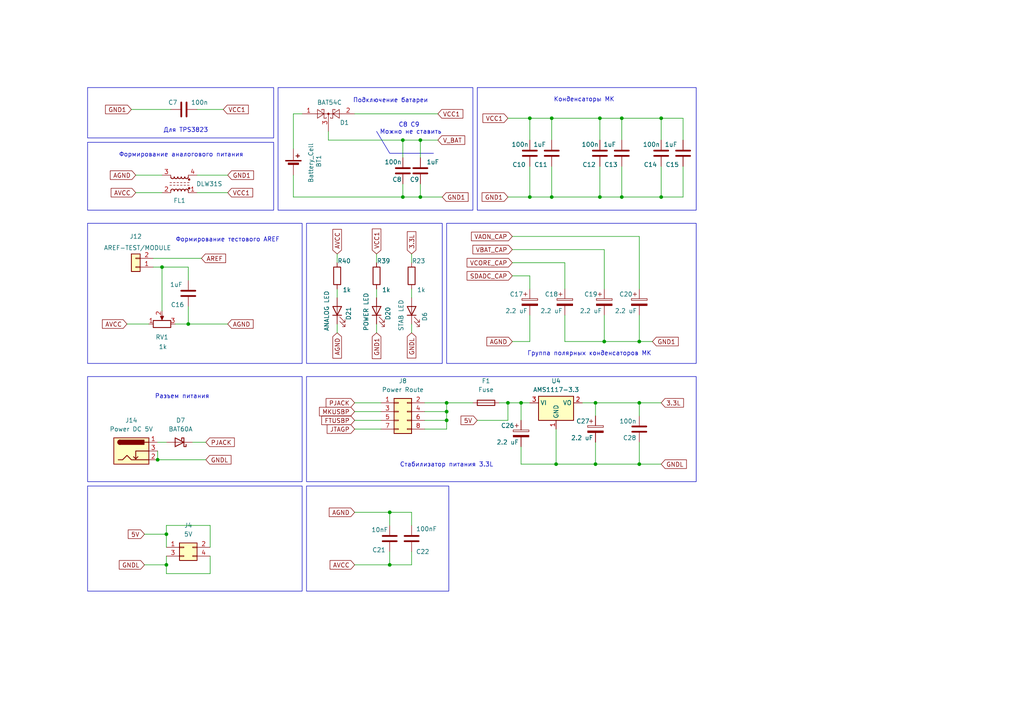
<source format=kicad_sch>
(kicad_sch
	(version 20250114)
	(generator "eeschema")
	(generator_version "9.0")
	(uuid "1db0622f-ebc1-4eda-8cde-d9951e03fee4")
	(paper "A4")
	(lib_symbols
		(symbol "Connector:Barrel_Jack_Switch"
			(pin_names
				(hide yes)
			)
			(exclude_from_sim no)
			(in_bom yes)
			(on_board yes)
			(property "Reference" "J"
				(at 0 5.334 0)
				(effects
					(font
						(size 1.27 1.27)
					)
				)
			)
			(property "Value" "Barrel_Jack_Switch"
				(at 0 -5.08 0)
				(effects
					(font
						(size 1.27 1.27)
					)
				)
			)
			(property "Footprint" ""
				(at 1.27 -1.016 0)
				(effects
					(font
						(size 1.27 1.27)
					)
					(hide yes)
				)
			)
			(property "Datasheet" "~"
				(at 1.27 -1.016 0)
				(effects
					(font
						(size 1.27 1.27)
					)
					(hide yes)
				)
			)
			(property "Description" "DC Barrel Jack with an internal switch"
				(at 0 0 0)
				(effects
					(font
						(size 1.27 1.27)
					)
					(hide yes)
				)
			)
			(property "ki_keywords" "DC power barrel jack connector"
				(at 0 0 0)
				(effects
					(font
						(size 1.27 1.27)
					)
					(hide yes)
				)
			)
			(property "ki_fp_filters" "BarrelJack*"
				(at 0 0 0)
				(effects
					(font
						(size 1.27 1.27)
					)
					(hide yes)
				)
			)
			(symbol "Barrel_Jack_Switch_0_1"
				(rectangle
					(start -5.08 3.81)
					(end 5.08 -3.81)
					(stroke
						(width 0.254)
						(type default)
					)
					(fill
						(type background)
					)
				)
				(polyline
					(pts
						(xy -3.81 -2.54) (xy -2.54 -2.54) (xy -1.27 -1.27) (xy 0 -2.54) (xy 2.54 -2.54) (xy 5.08 -2.54)
					)
					(stroke
						(width 0.254)
						(type default)
					)
					(fill
						(type none)
					)
				)
				(arc
					(start -3.302 1.905)
					(mid -3.9343 2.54)
					(end -3.302 3.175)
					(stroke
						(width 0.254)
						(type default)
					)
					(fill
						(type none)
					)
				)
				(arc
					(start -3.302 1.905)
					(mid -3.9343 2.54)
					(end -3.302 3.175)
					(stroke
						(width 0.254)
						(type default)
					)
					(fill
						(type outline)
					)
				)
				(polyline
					(pts
						(xy 1.27 -2.286) (xy 1.905 -1.651)
					)
					(stroke
						(width 0.254)
						(type default)
					)
					(fill
						(type none)
					)
				)
				(rectangle
					(start 3.683 3.175)
					(end -3.302 1.905)
					(stroke
						(width 0.254)
						(type default)
					)
					(fill
						(type outline)
					)
				)
				(polyline
					(pts
						(xy 5.08 2.54) (xy 3.81 2.54)
					)
					(stroke
						(width 0.254)
						(type default)
					)
					(fill
						(type none)
					)
				)
				(polyline
					(pts
						(xy 5.08 0) (xy 1.27 0) (xy 1.27 -2.286) (xy 0.635 -1.651)
					)
					(stroke
						(width 0.254)
						(type default)
					)
					(fill
						(type none)
					)
				)
			)
			(symbol "Barrel_Jack_Switch_1_1"
				(pin passive line
					(at 7.62 2.54 180)
					(length 2.54)
					(name "~"
						(effects
							(font
								(size 1.27 1.27)
							)
						)
					)
					(number "1"
						(effects
							(font
								(size 1.27 1.27)
							)
						)
					)
				)
				(pin passive line
					(at 7.62 0 180)
					(length 2.54)
					(name "~"
						(effects
							(font
								(size 1.27 1.27)
							)
						)
					)
					(number "3"
						(effects
							(font
								(size 1.27 1.27)
							)
						)
					)
				)
				(pin passive line
					(at 7.62 -2.54 180)
					(length 2.54)
					(name "~"
						(effects
							(font
								(size 1.27 1.27)
							)
						)
					)
					(number "2"
						(effects
							(font
								(size 1.27 1.27)
							)
						)
					)
				)
			)
			(embedded_fonts no)
		)
		(symbol "Connector_Generic:Conn_01x02"
			(pin_names
				(offset 1.016)
				(hide yes)
			)
			(exclude_from_sim no)
			(in_bom yes)
			(on_board yes)
			(property "Reference" "J"
				(at 0 2.54 0)
				(effects
					(font
						(size 1.27 1.27)
					)
				)
			)
			(property "Value" "Conn_01x02"
				(at 0 -5.08 0)
				(effects
					(font
						(size 1.27 1.27)
					)
				)
			)
			(property "Footprint" ""
				(at 0 0 0)
				(effects
					(font
						(size 1.27 1.27)
					)
					(hide yes)
				)
			)
			(property "Datasheet" "~"
				(at 0 0 0)
				(effects
					(font
						(size 1.27 1.27)
					)
					(hide yes)
				)
			)
			(property "Description" "Generic connector, single row, 01x02, script generated (kicad-library-utils/schlib/autogen/connector/)"
				(at 0 0 0)
				(effects
					(font
						(size 1.27 1.27)
					)
					(hide yes)
				)
			)
			(property "ki_keywords" "connector"
				(at 0 0 0)
				(effects
					(font
						(size 1.27 1.27)
					)
					(hide yes)
				)
			)
			(property "ki_fp_filters" "Connector*:*_1x??_*"
				(at 0 0 0)
				(effects
					(font
						(size 1.27 1.27)
					)
					(hide yes)
				)
			)
			(symbol "Conn_01x02_1_1"
				(rectangle
					(start -1.27 1.27)
					(end 1.27 -3.81)
					(stroke
						(width 0.254)
						(type default)
					)
					(fill
						(type background)
					)
				)
				(rectangle
					(start -1.27 0.127)
					(end 0 -0.127)
					(stroke
						(width 0.1524)
						(type default)
					)
					(fill
						(type none)
					)
				)
				(rectangle
					(start -1.27 -2.413)
					(end 0 -2.667)
					(stroke
						(width 0.1524)
						(type default)
					)
					(fill
						(type none)
					)
				)
				(pin passive line
					(at -5.08 0 0)
					(length 3.81)
					(name "Pin_1"
						(effects
							(font
								(size 1.27 1.27)
							)
						)
					)
					(number "1"
						(effects
							(font
								(size 1.27 1.27)
							)
						)
					)
				)
				(pin passive line
					(at -5.08 -2.54 0)
					(length 3.81)
					(name "Pin_2"
						(effects
							(font
								(size 1.27 1.27)
							)
						)
					)
					(number "2"
						(effects
							(font
								(size 1.27 1.27)
							)
						)
					)
				)
			)
			(embedded_fonts no)
		)
		(symbol "Connector_Generic:Conn_02x02_Odd_Even"
			(pin_names
				(offset 1.016)
				(hide yes)
			)
			(exclude_from_sim no)
			(in_bom yes)
			(on_board yes)
			(property "Reference" "J"
				(at 1.27 2.54 0)
				(effects
					(font
						(size 1.27 1.27)
					)
				)
			)
			(property "Value" "Conn_02x02_Odd_Even"
				(at 1.27 -5.08 0)
				(effects
					(font
						(size 1.27 1.27)
					)
				)
			)
			(property "Footprint" ""
				(at 0 0 0)
				(effects
					(font
						(size 1.27 1.27)
					)
					(hide yes)
				)
			)
			(property "Datasheet" "~"
				(at 0 0 0)
				(effects
					(font
						(size 1.27 1.27)
					)
					(hide yes)
				)
			)
			(property "Description" "Generic connector, double row, 02x02, odd/even pin numbering scheme (row 1 odd numbers, row 2 even numbers), script generated (kicad-library-utils/schlib/autogen/connector/)"
				(at 0 0 0)
				(effects
					(font
						(size 1.27 1.27)
					)
					(hide yes)
				)
			)
			(property "ki_keywords" "connector"
				(at 0 0 0)
				(effects
					(font
						(size 1.27 1.27)
					)
					(hide yes)
				)
			)
			(property "ki_fp_filters" "Connector*:*_2x??_*"
				(at 0 0 0)
				(effects
					(font
						(size 1.27 1.27)
					)
					(hide yes)
				)
			)
			(symbol "Conn_02x02_Odd_Even_1_1"
				(rectangle
					(start -1.27 1.27)
					(end 3.81 -3.81)
					(stroke
						(width 0.254)
						(type default)
					)
					(fill
						(type background)
					)
				)
				(rectangle
					(start -1.27 0.127)
					(end 0 -0.127)
					(stroke
						(width 0.1524)
						(type default)
					)
					(fill
						(type none)
					)
				)
				(rectangle
					(start -1.27 -2.413)
					(end 0 -2.667)
					(stroke
						(width 0.1524)
						(type default)
					)
					(fill
						(type none)
					)
				)
				(rectangle
					(start 3.81 0.127)
					(end 2.54 -0.127)
					(stroke
						(width 0.1524)
						(type default)
					)
					(fill
						(type none)
					)
				)
				(rectangle
					(start 3.81 -2.413)
					(end 2.54 -2.667)
					(stroke
						(width 0.1524)
						(type default)
					)
					(fill
						(type none)
					)
				)
				(pin passive line
					(at -5.08 0 0)
					(length 3.81)
					(name "Pin_1"
						(effects
							(font
								(size 1.27 1.27)
							)
						)
					)
					(number "1"
						(effects
							(font
								(size 1.27 1.27)
							)
						)
					)
				)
				(pin passive line
					(at -5.08 -2.54 0)
					(length 3.81)
					(name "Pin_3"
						(effects
							(font
								(size 1.27 1.27)
							)
						)
					)
					(number "3"
						(effects
							(font
								(size 1.27 1.27)
							)
						)
					)
				)
				(pin passive line
					(at 7.62 0 180)
					(length 3.81)
					(name "Pin_2"
						(effects
							(font
								(size 1.27 1.27)
							)
						)
					)
					(number "2"
						(effects
							(font
								(size 1.27 1.27)
							)
						)
					)
				)
				(pin passive line
					(at 7.62 -2.54 180)
					(length 3.81)
					(name "Pin_4"
						(effects
							(font
								(size 1.27 1.27)
							)
						)
					)
					(number "4"
						(effects
							(font
								(size 1.27 1.27)
							)
						)
					)
				)
			)
			(embedded_fonts no)
		)
		(symbol "Connector_Generic:Conn_02x04_Odd_Even"
			(pin_names
				(offset 1.016)
				(hide yes)
			)
			(exclude_from_sim no)
			(in_bom yes)
			(on_board yes)
			(property "Reference" "J"
				(at 1.27 5.08 0)
				(effects
					(font
						(size 1.27 1.27)
					)
				)
			)
			(property "Value" "Conn_02x04_Odd_Even"
				(at 1.27 -7.62 0)
				(effects
					(font
						(size 1.27 1.27)
					)
				)
			)
			(property "Footprint" ""
				(at 0 0 0)
				(effects
					(font
						(size 1.27 1.27)
					)
					(hide yes)
				)
			)
			(property "Datasheet" "~"
				(at 0 0 0)
				(effects
					(font
						(size 1.27 1.27)
					)
					(hide yes)
				)
			)
			(property "Description" "Generic connector, double row, 02x04, odd/even pin numbering scheme (row 1 odd numbers, row 2 even numbers), script generated (kicad-library-utils/schlib/autogen/connector/)"
				(at 0 0 0)
				(effects
					(font
						(size 1.27 1.27)
					)
					(hide yes)
				)
			)
			(property "ki_keywords" "connector"
				(at 0 0 0)
				(effects
					(font
						(size 1.27 1.27)
					)
					(hide yes)
				)
			)
			(property "ki_fp_filters" "Connector*:*_2x??_*"
				(at 0 0 0)
				(effects
					(font
						(size 1.27 1.27)
					)
					(hide yes)
				)
			)
			(symbol "Conn_02x04_Odd_Even_1_1"
				(rectangle
					(start -1.27 3.81)
					(end 3.81 -6.35)
					(stroke
						(width 0.254)
						(type default)
					)
					(fill
						(type background)
					)
				)
				(rectangle
					(start -1.27 2.667)
					(end 0 2.413)
					(stroke
						(width 0.1524)
						(type default)
					)
					(fill
						(type none)
					)
				)
				(rectangle
					(start -1.27 0.127)
					(end 0 -0.127)
					(stroke
						(width 0.1524)
						(type default)
					)
					(fill
						(type none)
					)
				)
				(rectangle
					(start -1.27 -2.413)
					(end 0 -2.667)
					(stroke
						(width 0.1524)
						(type default)
					)
					(fill
						(type none)
					)
				)
				(rectangle
					(start -1.27 -4.953)
					(end 0 -5.207)
					(stroke
						(width 0.1524)
						(type default)
					)
					(fill
						(type none)
					)
				)
				(rectangle
					(start 3.81 2.667)
					(end 2.54 2.413)
					(stroke
						(width 0.1524)
						(type default)
					)
					(fill
						(type none)
					)
				)
				(rectangle
					(start 3.81 0.127)
					(end 2.54 -0.127)
					(stroke
						(width 0.1524)
						(type default)
					)
					(fill
						(type none)
					)
				)
				(rectangle
					(start 3.81 -2.413)
					(end 2.54 -2.667)
					(stroke
						(width 0.1524)
						(type default)
					)
					(fill
						(type none)
					)
				)
				(rectangle
					(start 3.81 -4.953)
					(end 2.54 -5.207)
					(stroke
						(width 0.1524)
						(type default)
					)
					(fill
						(type none)
					)
				)
				(pin passive line
					(at -5.08 2.54 0)
					(length 3.81)
					(name "Pin_1"
						(effects
							(font
								(size 1.27 1.27)
							)
						)
					)
					(number "1"
						(effects
							(font
								(size 1.27 1.27)
							)
						)
					)
				)
				(pin passive line
					(at -5.08 0 0)
					(length 3.81)
					(name "Pin_3"
						(effects
							(font
								(size 1.27 1.27)
							)
						)
					)
					(number "3"
						(effects
							(font
								(size 1.27 1.27)
							)
						)
					)
				)
				(pin passive line
					(at -5.08 -2.54 0)
					(length 3.81)
					(name "Pin_5"
						(effects
							(font
								(size 1.27 1.27)
							)
						)
					)
					(number "5"
						(effects
							(font
								(size 1.27 1.27)
							)
						)
					)
				)
				(pin passive line
					(at -5.08 -5.08 0)
					(length 3.81)
					(name "Pin_7"
						(effects
							(font
								(size 1.27 1.27)
							)
						)
					)
					(number "7"
						(effects
							(font
								(size 1.27 1.27)
							)
						)
					)
				)
				(pin passive line
					(at 7.62 2.54 180)
					(length 3.81)
					(name "Pin_2"
						(effects
							(font
								(size 1.27 1.27)
							)
						)
					)
					(number "2"
						(effects
							(font
								(size 1.27 1.27)
							)
						)
					)
				)
				(pin passive line
					(at 7.62 0 180)
					(length 3.81)
					(name "Pin_4"
						(effects
							(font
								(size 1.27 1.27)
							)
						)
					)
					(number "4"
						(effects
							(font
								(size 1.27 1.27)
							)
						)
					)
				)
				(pin passive line
					(at 7.62 -2.54 180)
					(length 3.81)
					(name "Pin_6"
						(effects
							(font
								(size 1.27 1.27)
							)
						)
					)
					(number "6"
						(effects
							(font
								(size 1.27 1.27)
							)
						)
					)
				)
				(pin passive line
					(at 7.62 -5.08 180)
					(length 3.81)
					(name "Pin_8"
						(effects
							(font
								(size 1.27 1.27)
							)
						)
					)
					(number "8"
						(effects
							(font
								(size 1.27 1.27)
							)
						)
					)
				)
			)
			(embedded_fonts no)
		)
		(symbol "Device:Battery_Cell"
			(pin_numbers
				(hide yes)
			)
			(pin_names
				(offset 0)
				(hide yes)
			)
			(exclude_from_sim no)
			(in_bom yes)
			(on_board yes)
			(property "Reference" "BT"
				(at 2.54 2.54 0)
				(effects
					(font
						(size 1.27 1.27)
					)
					(justify left)
				)
			)
			(property "Value" "Battery_Cell"
				(at 2.54 0 0)
				(effects
					(font
						(size 1.27 1.27)
					)
					(justify left)
				)
			)
			(property "Footprint" ""
				(at 0 1.524 90)
				(effects
					(font
						(size 1.27 1.27)
					)
					(hide yes)
				)
			)
			(property "Datasheet" "~"
				(at 0 1.524 90)
				(effects
					(font
						(size 1.27 1.27)
					)
					(hide yes)
				)
			)
			(property "Description" "Single-cell battery"
				(at 0 0 0)
				(effects
					(font
						(size 1.27 1.27)
					)
					(hide yes)
				)
			)
			(property "ki_keywords" "battery cell"
				(at 0 0 0)
				(effects
					(font
						(size 1.27 1.27)
					)
					(hide yes)
				)
			)
			(symbol "Battery_Cell_0_1"
				(rectangle
					(start -2.286 1.778)
					(end 2.286 1.524)
					(stroke
						(width 0)
						(type default)
					)
					(fill
						(type outline)
					)
				)
				(rectangle
					(start -1.524 1.016)
					(end 1.524 0.508)
					(stroke
						(width 0)
						(type default)
					)
					(fill
						(type outline)
					)
				)
				(polyline
					(pts
						(xy 0 1.778) (xy 0 2.54)
					)
					(stroke
						(width 0)
						(type default)
					)
					(fill
						(type none)
					)
				)
				(polyline
					(pts
						(xy 0 0.762) (xy 0 0)
					)
					(stroke
						(width 0)
						(type default)
					)
					(fill
						(type none)
					)
				)
				(polyline
					(pts
						(xy 0.762 3.048) (xy 1.778 3.048)
					)
					(stroke
						(width 0.254)
						(type default)
					)
					(fill
						(type none)
					)
				)
				(polyline
					(pts
						(xy 1.27 3.556) (xy 1.27 2.54)
					)
					(stroke
						(width 0.254)
						(type default)
					)
					(fill
						(type none)
					)
				)
			)
			(symbol "Battery_Cell_1_1"
				(pin passive line
					(at 0 5.08 270)
					(length 2.54)
					(name "+"
						(effects
							(font
								(size 1.27 1.27)
							)
						)
					)
					(number "1"
						(effects
							(font
								(size 1.27 1.27)
							)
						)
					)
				)
				(pin passive line
					(at 0 -2.54 90)
					(length 2.54)
					(name "-"
						(effects
							(font
								(size 1.27 1.27)
							)
						)
					)
					(number "2"
						(effects
							(font
								(size 1.27 1.27)
							)
						)
					)
				)
			)
			(embedded_fonts no)
		)
		(symbol "Device:C"
			(pin_numbers
				(hide yes)
			)
			(pin_names
				(offset 0.254)
			)
			(exclude_from_sim no)
			(in_bom yes)
			(on_board yes)
			(property "Reference" "C"
				(at 0.635 2.54 0)
				(effects
					(font
						(size 1.27 1.27)
					)
					(justify left)
				)
			)
			(property "Value" "C"
				(at 0.635 -2.54 0)
				(effects
					(font
						(size 1.27 1.27)
					)
					(justify left)
				)
			)
			(property "Footprint" ""
				(at 0.9652 -3.81 0)
				(effects
					(font
						(size 1.27 1.27)
					)
					(hide yes)
				)
			)
			(property "Datasheet" "~"
				(at 0 0 0)
				(effects
					(font
						(size 1.27 1.27)
					)
					(hide yes)
				)
			)
			(property "Description" "Unpolarized capacitor"
				(at 0 0 0)
				(effects
					(font
						(size 1.27 1.27)
					)
					(hide yes)
				)
			)
			(property "ki_keywords" "cap capacitor"
				(at 0 0 0)
				(effects
					(font
						(size 1.27 1.27)
					)
					(hide yes)
				)
			)
			(property "ki_fp_filters" "C_*"
				(at 0 0 0)
				(effects
					(font
						(size 1.27 1.27)
					)
					(hide yes)
				)
			)
			(symbol "C_0_1"
				(polyline
					(pts
						(xy -2.032 0.762) (xy 2.032 0.762)
					)
					(stroke
						(width 0.508)
						(type default)
					)
					(fill
						(type none)
					)
				)
				(polyline
					(pts
						(xy -2.032 -0.762) (xy 2.032 -0.762)
					)
					(stroke
						(width 0.508)
						(type default)
					)
					(fill
						(type none)
					)
				)
			)
			(symbol "C_1_1"
				(pin passive line
					(at 0 3.81 270)
					(length 2.794)
					(name "~"
						(effects
							(font
								(size 1.27 1.27)
							)
						)
					)
					(number "1"
						(effects
							(font
								(size 1.27 1.27)
							)
						)
					)
				)
				(pin passive line
					(at 0 -3.81 90)
					(length 2.794)
					(name "~"
						(effects
							(font
								(size 1.27 1.27)
							)
						)
					)
					(number "2"
						(effects
							(font
								(size 1.27 1.27)
							)
						)
					)
				)
			)
			(embedded_fonts no)
		)
		(symbol "Device:C_Polarized"
			(pin_numbers
				(hide yes)
			)
			(pin_names
				(offset 0.254)
			)
			(exclude_from_sim no)
			(in_bom yes)
			(on_board yes)
			(property "Reference" "C"
				(at 0.635 2.54 0)
				(effects
					(font
						(size 1.27 1.27)
					)
					(justify left)
				)
			)
			(property "Value" "C_Polarized"
				(at 0.635 -2.54 0)
				(effects
					(font
						(size 1.27 1.27)
					)
					(justify left)
				)
			)
			(property "Footprint" ""
				(at 0.9652 -3.81 0)
				(effects
					(font
						(size 1.27 1.27)
					)
					(hide yes)
				)
			)
			(property "Datasheet" "~"
				(at 0 0 0)
				(effects
					(font
						(size 1.27 1.27)
					)
					(hide yes)
				)
			)
			(property "Description" "Polarized capacitor"
				(at 0 0 0)
				(effects
					(font
						(size 1.27 1.27)
					)
					(hide yes)
				)
			)
			(property "ki_keywords" "cap capacitor"
				(at 0 0 0)
				(effects
					(font
						(size 1.27 1.27)
					)
					(hide yes)
				)
			)
			(property "ki_fp_filters" "CP_*"
				(at 0 0 0)
				(effects
					(font
						(size 1.27 1.27)
					)
					(hide yes)
				)
			)
			(symbol "C_Polarized_0_1"
				(rectangle
					(start -2.286 0.508)
					(end 2.286 1.016)
					(stroke
						(width 0)
						(type default)
					)
					(fill
						(type none)
					)
				)
				(polyline
					(pts
						(xy -1.778 2.286) (xy -0.762 2.286)
					)
					(stroke
						(width 0)
						(type default)
					)
					(fill
						(type none)
					)
				)
				(polyline
					(pts
						(xy -1.27 2.794) (xy -1.27 1.778)
					)
					(stroke
						(width 0)
						(type default)
					)
					(fill
						(type none)
					)
				)
				(rectangle
					(start 2.286 -0.508)
					(end -2.286 -1.016)
					(stroke
						(width 0)
						(type default)
					)
					(fill
						(type outline)
					)
				)
			)
			(symbol "C_Polarized_1_1"
				(pin passive line
					(at 0 3.81 270)
					(length 2.794)
					(name "~"
						(effects
							(font
								(size 1.27 1.27)
							)
						)
					)
					(number "1"
						(effects
							(font
								(size 1.27 1.27)
							)
						)
					)
				)
				(pin passive line
					(at 0 -3.81 90)
					(length 2.794)
					(name "~"
						(effects
							(font
								(size 1.27 1.27)
							)
						)
					)
					(number "2"
						(effects
							(font
								(size 1.27 1.27)
							)
						)
					)
				)
			)
			(embedded_fonts no)
		)
		(symbol "Device:Fuse"
			(pin_numbers
				(hide yes)
			)
			(pin_names
				(offset 0)
			)
			(exclude_from_sim no)
			(in_bom yes)
			(on_board yes)
			(property "Reference" "F"
				(at 2.032 0 90)
				(effects
					(font
						(size 1.27 1.27)
					)
				)
			)
			(property "Value" "Fuse"
				(at -1.905 0 90)
				(effects
					(font
						(size 1.27 1.27)
					)
				)
			)
			(property "Footprint" ""
				(at -1.778 0 90)
				(effects
					(font
						(size 1.27 1.27)
					)
					(hide yes)
				)
			)
			(property "Datasheet" "~"
				(at 0 0 0)
				(effects
					(font
						(size 1.27 1.27)
					)
					(hide yes)
				)
			)
			(property "Description" "Fuse"
				(at 0 0 0)
				(effects
					(font
						(size 1.27 1.27)
					)
					(hide yes)
				)
			)
			(property "ki_keywords" "fuse"
				(at 0 0 0)
				(effects
					(font
						(size 1.27 1.27)
					)
					(hide yes)
				)
			)
			(property "ki_fp_filters" "*Fuse*"
				(at 0 0 0)
				(effects
					(font
						(size 1.27 1.27)
					)
					(hide yes)
				)
			)
			(symbol "Fuse_0_1"
				(rectangle
					(start -0.762 -2.54)
					(end 0.762 2.54)
					(stroke
						(width 0.254)
						(type default)
					)
					(fill
						(type none)
					)
				)
				(polyline
					(pts
						(xy 0 2.54) (xy 0 -2.54)
					)
					(stroke
						(width 0)
						(type default)
					)
					(fill
						(type none)
					)
				)
			)
			(symbol "Fuse_1_1"
				(pin passive line
					(at 0 3.81 270)
					(length 1.27)
					(name "~"
						(effects
							(font
								(size 1.27 1.27)
							)
						)
					)
					(number "1"
						(effects
							(font
								(size 1.27 1.27)
							)
						)
					)
				)
				(pin passive line
					(at 0 -3.81 90)
					(length 1.27)
					(name "~"
						(effects
							(font
								(size 1.27 1.27)
							)
						)
					)
					(number "2"
						(effects
							(font
								(size 1.27 1.27)
							)
						)
					)
				)
			)
			(embedded_fonts no)
		)
		(symbol "Device:LED"
			(pin_numbers
				(hide yes)
			)
			(pin_names
				(offset 1.016)
				(hide yes)
			)
			(exclude_from_sim no)
			(in_bom yes)
			(on_board yes)
			(property "Reference" "D"
				(at 0 2.54 0)
				(effects
					(font
						(size 1.27 1.27)
					)
				)
			)
			(property "Value" "LED"
				(at 0 -2.54 0)
				(effects
					(font
						(size 1.27 1.27)
					)
				)
			)
			(property "Footprint" ""
				(at 0 0 0)
				(effects
					(font
						(size 1.27 1.27)
					)
					(hide yes)
				)
			)
			(property "Datasheet" "~"
				(at 0 0 0)
				(effects
					(font
						(size 1.27 1.27)
					)
					(hide yes)
				)
			)
			(property "Description" "Light emitting diode"
				(at 0 0 0)
				(effects
					(font
						(size 1.27 1.27)
					)
					(hide yes)
				)
			)
			(property "Sim.Pins" "1=K 2=A"
				(at 0 0 0)
				(effects
					(font
						(size 1.27 1.27)
					)
					(hide yes)
				)
			)
			(property "ki_keywords" "LED diode"
				(at 0 0 0)
				(effects
					(font
						(size 1.27 1.27)
					)
					(hide yes)
				)
			)
			(property "ki_fp_filters" "LED* LED_SMD:* LED_THT:*"
				(at 0 0 0)
				(effects
					(font
						(size 1.27 1.27)
					)
					(hide yes)
				)
			)
			(symbol "LED_0_1"
				(polyline
					(pts
						(xy -3.048 -0.762) (xy -4.572 -2.286) (xy -3.81 -2.286) (xy -4.572 -2.286) (xy -4.572 -1.524)
					)
					(stroke
						(width 0)
						(type default)
					)
					(fill
						(type none)
					)
				)
				(polyline
					(pts
						(xy -1.778 -0.762) (xy -3.302 -2.286) (xy -2.54 -2.286) (xy -3.302 -2.286) (xy -3.302 -1.524)
					)
					(stroke
						(width 0)
						(type default)
					)
					(fill
						(type none)
					)
				)
				(polyline
					(pts
						(xy -1.27 0) (xy 1.27 0)
					)
					(stroke
						(width 0)
						(type default)
					)
					(fill
						(type none)
					)
				)
				(polyline
					(pts
						(xy -1.27 -1.27) (xy -1.27 1.27)
					)
					(stroke
						(width 0.254)
						(type default)
					)
					(fill
						(type none)
					)
				)
				(polyline
					(pts
						(xy 1.27 -1.27) (xy 1.27 1.27) (xy -1.27 0) (xy 1.27 -1.27)
					)
					(stroke
						(width 0.254)
						(type default)
					)
					(fill
						(type none)
					)
				)
			)
			(symbol "LED_1_1"
				(pin passive line
					(at -3.81 0 0)
					(length 2.54)
					(name "K"
						(effects
							(font
								(size 1.27 1.27)
							)
						)
					)
					(number "1"
						(effects
							(font
								(size 1.27 1.27)
							)
						)
					)
				)
				(pin passive line
					(at 3.81 0 180)
					(length 2.54)
					(name "A"
						(effects
							(font
								(size 1.27 1.27)
							)
						)
					)
					(number "2"
						(effects
							(font
								(size 1.27 1.27)
							)
						)
					)
				)
			)
			(embedded_fonts no)
		)
		(symbol "Device:R"
			(pin_numbers
				(hide yes)
			)
			(pin_names
				(offset 0)
			)
			(exclude_from_sim no)
			(in_bom yes)
			(on_board yes)
			(property "Reference" "R"
				(at 2.032 0 90)
				(effects
					(font
						(size 1.27 1.27)
					)
				)
			)
			(property "Value" "R"
				(at 0 0 90)
				(effects
					(font
						(size 1.27 1.27)
					)
				)
			)
			(property "Footprint" ""
				(at -1.778 0 90)
				(effects
					(font
						(size 1.27 1.27)
					)
					(hide yes)
				)
			)
			(property "Datasheet" "~"
				(at 0 0 0)
				(effects
					(font
						(size 1.27 1.27)
					)
					(hide yes)
				)
			)
			(property "Description" "Resistor"
				(at 0 0 0)
				(effects
					(font
						(size 1.27 1.27)
					)
					(hide yes)
				)
			)
			(property "ki_keywords" "R res resistor"
				(at 0 0 0)
				(effects
					(font
						(size 1.27 1.27)
					)
					(hide yes)
				)
			)
			(property "ki_fp_filters" "R_*"
				(at 0 0 0)
				(effects
					(font
						(size 1.27 1.27)
					)
					(hide yes)
				)
			)
			(symbol "R_0_1"
				(rectangle
					(start -1.016 -2.54)
					(end 1.016 2.54)
					(stroke
						(width 0.254)
						(type default)
					)
					(fill
						(type none)
					)
				)
			)
			(symbol "R_1_1"
				(pin passive line
					(at 0 3.81 270)
					(length 1.27)
					(name "~"
						(effects
							(font
								(size 1.27 1.27)
							)
						)
					)
					(number "1"
						(effects
							(font
								(size 1.27 1.27)
							)
						)
					)
				)
				(pin passive line
					(at 0 -3.81 90)
					(length 1.27)
					(name "~"
						(effects
							(font
								(size 1.27 1.27)
							)
						)
					)
					(number "2"
						(effects
							(font
								(size 1.27 1.27)
							)
						)
					)
				)
			)
			(embedded_fonts no)
		)
		(symbol "Device:R_Potentiometer"
			(pin_names
				(offset 1.016)
				(hide yes)
			)
			(exclude_from_sim no)
			(in_bom yes)
			(on_board yes)
			(property "Reference" "RV"
				(at -4.445 0 90)
				(effects
					(font
						(size 1.27 1.27)
					)
				)
			)
			(property "Value" "R_Potentiometer"
				(at -2.54 0 90)
				(effects
					(font
						(size 1.27 1.27)
					)
				)
			)
			(property "Footprint" ""
				(at 0 0 0)
				(effects
					(font
						(size 1.27 1.27)
					)
					(hide yes)
				)
			)
			(property "Datasheet" "~"
				(at 0 0 0)
				(effects
					(font
						(size 1.27 1.27)
					)
					(hide yes)
				)
			)
			(property "Description" "Potentiometer"
				(at 0 0 0)
				(effects
					(font
						(size 1.27 1.27)
					)
					(hide yes)
				)
			)
			(property "ki_keywords" "resistor variable"
				(at 0 0 0)
				(effects
					(font
						(size 1.27 1.27)
					)
					(hide yes)
				)
			)
			(property "ki_fp_filters" "Potentiometer*"
				(at 0 0 0)
				(effects
					(font
						(size 1.27 1.27)
					)
					(hide yes)
				)
			)
			(symbol "R_Potentiometer_0_1"
				(rectangle
					(start 1.016 2.54)
					(end -1.016 -2.54)
					(stroke
						(width 0.254)
						(type default)
					)
					(fill
						(type none)
					)
				)
				(polyline
					(pts
						(xy 1.143 0) (xy 2.286 0.508) (xy 2.286 -0.508) (xy 1.143 0)
					)
					(stroke
						(width 0)
						(type default)
					)
					(fill
						(type outline)
					)
				)
				(polyline
					(pts
						(xy 2.54 0) (xy 1.524 0)
					)
					(stroke
						(width 0)
						(type default)
					)
					(fill
						(type none)
					)
				)
			)
			(symbol "R_Potentiometer_1_1"
				(pin passive line
					(at 0 3.81 270)
					(length 1.27)
					(name "1"
						(effects
							(font
								(size 1.27 1.27)
							)
						)
					)
					(number "1"
						(effects
							(font
								(size 1.27 1.27)
							)
						)
					)
				)
				(pin passive line
					(at 0 -3.81 90)
					(length 1.27)
					(name "3"
						(effects
							(font
								(size 1.27 1.27)
							)
						)
					)
					(number "3"
						(effects
							(font
								(size 1.27 1.27)
							)
						)
					)
				)
				(pin passive line
					(at 3.81 0 180)
					(length 1.27)
					(name "2"
						(effects
							(font
								(size 1.27 1.27)
							)
						)
					)
					(number "2"
						(effects
							(font
								(size 1.27 1.27)
							)
						)
					)
				)
			)
			(embedded_fonts no)
		)
		(symbol "Diode:BAT54C"
			(pin_names
				(offset 1.016)
			)
			(exclude_from_sim no)
			(in_bom yes)
			(on_board yes)
			(property "Reference" "D"
				(at 0.635 -3.81 0)
				(effects
					(font
						(size 1.27 1.27)
					)
					(justify left)
				)
			)
			(property "Value" "BAT54C"
				(at -6.35 3.175 0)
				(effects
					(font
						(size 1.27 1.27)
					)
					(justify left)
				)
			)
			(property "Footprint" "Package_TO_SOT_SMD:SOT-23"
				(at 1.905 3.175 0)
				(effects
					(font
						(size 1.27 1.27)
					)
					(justify left)
					(hide yes)
				)
			)
			(property "Datasheet" "http://www.diodes.com/_files/datasheets/ds11005.pdf"
				(at -2.032 0 0)
				(effects
					(font
						(size 1.27 1.27)
					)
					(hide yes)
				)
			)
			(property "Description" "dual schottky barrier diode, common cathode"
				(at 0 0 0)
				(effects
					(font
						(size 1.27 1.27)
					)
					(hide yes)
				)
			)
			(property "ki_keywords" "schottky diode common cathode"
				(at 0 0 0)
				(effects
					(font
						(size 1.27 1.27)
					)
					(hide yes)
				)
			)
			(property "ki_fp_filters" "SOT?23*"
				(at 0 0 0)
				(effects
					(font
						(size 1.27 1.27)
					)
					(hide yes)
				)
			)
			(symbol "BAT54C_0_1"
				(polyline
					(pts
						(xy -3.175 -1.27) (xy -3.175 1.27) (xy -1.27 0) (xy -3.175 -1.27)
					)
					(stroke
						(width 0)
						(type default)
					)
					(fill
						(type none)
					)
				)
				(polyline
					(pts
						(xy -1.905 1.27) (xy -1.905 1.016)
					)
					(stroke
						(width 0)
						(type default)
					)
					(fill
						(type none)
					)
				)
				(polyline
					(pts
						(xy -1.905 0) (xy 1.905 0)
					)
					(stroke
						(width 0)
						(type default)
					)
					(fill
						(type none)
					)
				)
				(polyline
					(pts
						(xy -1.27 1.27) (xy -1.905 1.27)
					)
					(stroke
						(width 0)
						(type default)
					)
					(fill
						(type none)
					)
				)
				(polyline
					(pts
						(xy -1.27 1.27) (xy -1.27 -1.27)
					)
					(stroke
						(width 0)
						(type default)
					)
					(fill
						(type none)
					)
				)
				(polyline
					(pts
						(xy -1.27 0) (xy -3.81 0)
					)
					(stroke
						(width 0)
						(type default)
					)
					(fill
						(type none)
					)
				)
				(polyline
					(pts
						(xy -1.27 -1.27) (xy -0.635 -1.27)
					)
					(stroke
						(width 0)
						(type default)
					)
					(fill
						(type none)
					)
				)
				(polyline
					(pts
						(xy -0.635 -1.27) (xy -0.635 -1.016)
					)
					(stroke
						(width 0)
						(type default)
					)
					(fill
						(type none)
					)
				)
				(circle
					(center 0 0)
					(radius 0.254)
					(stroke
						(width 0)
						(type default)
					)
					(fill
						(type outline)
					)
				)
				(polyline
					(pts
						(xy 0.635 -1.27) (xy 0.635 -1.016)
					)
					(stroke
						(width 0)
						(type default)
					)
					(fill
						(type none)
					)
				)
				(polyline
					(pts
						(xy 1.27 1.27) (xy 1.27 -1.27)
					)
					(stroke
						(width 0)
						(type default)
					)
					(fill
						(type none)
					)
				)
				(polyline
					(pts
						(xy 1.27 1.27) (xy 1.905 1.27)
					)
					(stroke
						(width 0)
						(type default)
					)
					(fill
						(type none)
					)
				)
				(polyline
					(pts
						(xy 1.27 -1.27) (xy 0.635 -1.27)
					)
					(stroke
						(width 0)
						(type default)
					)
					(fill
						(type none)
					)
				)
				(polyline
					(pts
						(xy 1.905 1.27) (xy 1.905 1.016)
					)
					(stroke
						(width 0)
						(type default)
					)
					(fill
						(type none)
					)
				)
				(polyline
					(pts
						(xy 3.175 -1.27) (xy 3.175 1.27) (xy 1.27 0) (xy 3.175 -1.27)
					)
					(stroke
						(width 0)
						(type default)
					)
					(fill
						(type none)
					)
				)
				(polyline
					(pts
						(xy 3.81 0) (xy 1.27 0)
					)
					(stroke
						(width 0)
						(type default)
					)
					(fill
						(type none)
					)
				)
			)
			(symbol "BAT54C_1_1"
				(pin passive line
					(at -7.62 0 0)
					(length 3.81)
					(name "~"
						(effects
							(font
								(size 1.27 1.27)
							)
						)
					)
					(number "1"
						(effects
							(font
								(size 1.27 1.27)
							)
						)
					)
				)
				(pin passive line
					(at 0 -5.08 90)
					(length 5.08)
					(name "~"
						(effects
							(font
								(size 1.27 1.27)
							)
						)
					)
					(number "3"
						(effects
							(font
								(size 1.27 1.27)
							)
						)
					)
				)
				(pin passive line
					(at 7.62 0 180)
					(length 3.81)
					(name "~"
						(effects
							(font
								(size 1.27 1.27)
							)
						)
					)
					(number "2"
						(effects
							(font
								(size 1.27 1.27)
							)
						)
					)
				)
			)
			(embedded_fonts no)
		)
		(symbol "Diode:BAT60A"
			(pin_numbers
				(hide yes)
			)
			(pin_names
				(offset 1.016)
				(hide yes)
			)
			(exclude_from_sim no)
			(in_bom yes)
			(on_board yes)
			(property "Reference" "D"
				(at 0 2.54 0)
				(effects
					(font
						(size 1.27 1.27)
					)
				)
			)
			(property "Value" "BAT60A"
				(at 0 -2.54 0)
				(effects
					(font
						(size 1.27 1.27)
					)
				)
			)
			(property "Footprint" "Diode_SMD:D_SOD-323"
				(at 0 -4.445 0)
				(effects
					(font
						(size 1.27 1.27)
					)
					(hide yes)
				)
			)
			(property "Datasheet" "https://www.infineon.com/dgdl/Infineon-BAT60ASERIES-DS-v01_01-en.pdf?fileId=db3a304313d846880113def70c9304a9"
				(at 0 0 0)
				(effects
					(font
						(size 1.27 1.27)
					)
					(hide yes)
				)
			)
			(property "Description" "10V 3A High Current Recitifier Schottky Diode, SOD-323"
				(at 0 0 0)
				(effects
					(font
						(size 1.27 1.27)
					)
					(hide yes)
				)
			)
			(property "ki_keywords" "diode Schottky"
				(at 0 0 0)
				(effects
					(font
						(size 1.27 1.27)
					)
					(hide yes)
				)
			)
			(property "ki_fp_filters" "D*SOD?323*"
				(at 0 0 0)
				(effects
					(font
						(size 1.27 1.27)
					)
					(hide yes)
				)
			)
			(symbol "BAT60A_0_1"
				(polyline
					(pts
						(xy -1.905 0.635) (xy -1.905 1.27) (xy -1.27 1.27) (xy -1.27 -1.27) (xy -0.635 -1.27) (xy -0.635 -0.635)
					)
					(stroke
						(width 0.254)
						(type default)
					)
					(fill
						(type none)
					)
				)
				(polyline
					(pts
						(xy 1.27 1.27) (xy 1.27 -1.27) (xy -1.27 0) (xy 1.27 1.27)
					)
					(stroke
						(width 0.254)
						(type default)
					)
					(fill
						(type none)
					)
				)
				(polyline
					(pts
						(xy 1.27 0) (xy -1.27 0)
					)
					(stroke
						(width 0)
						(type default)
					)
					(fill
						(type none)
					)
				)
			)
			(symbol "BAT60A_1_1"
				(pin passive line
					(at -3.81 0 0)
					(length 2.54)
					(name "K"
						(effects
							(font
								(size 1.27 1.27)
							)
						)
					)
					(number "1"
						(effects
							(font
								(size 1.27 1.27)
							)
						)
					)
				)
				(pin passive line
					(at 3.81 0 180)
					(length 2.54)
					(name "A"
						(effects
							(font
								(size 1.27 1.27)
							)
						)
					)
					(number "2"
						(effects
							(font
								(size 1.27 1.27)
							)
						)
					)
				)
			)
			(embedded_fonts no)
		)
		(symbol "Filter:Choke_CommonMode_FerriteCore_1243"
			(pin_names
				(offset 0.254)
				(hide yes)
			)
			(exclude_from_sim no)
			(in_bom yes)
			(on_board yes)
			(property "Reference" "FL"
				(at 0 4.445 0)
				(effects
					(font
						(size 1.27 1.27)
					)
				)
			)
			(property "Value" "Choke_CommonMode_FerriteCore_1243"
				(at 0 -4.445 0)
				(effects
					(font
						(size 1.27 1.27)
					)
				)
			)
			(property "Footprint" ""
				(at 0 -6.35 0)
				(effects
					(font
						(size 1.27 1.27)
					)
					(hide yes)
				)
			)
			(property "Datasheet" "~"
				(at 0 -8.255 0)
				(effects
					(font
						(size 1.27 1.27)
					)
					(hide yes)
				)
			)
			(property "Description" "Generic common-mode choke, ferrite core, 1243 pin order"
				(at 4.064 -0.762 0)
				(effects
					(font
						(size 1.27 1.27)
					)
					(hide yes)
				)
			)
			(property "ki_keywords" "signal line filter"
				(at 0 0 0)
				(effects
					(font
						(size 1.27 1.27)
					)
					(hide yes)
				)
			)
			(symbol "Choke_CommonMode_FerriteCore_1243_0_1"
				(circle
					(center -2.794 1.27)
					(radius 0.254)
					(stroke
						(width 0)
						(type default)
					)
					(fill
						(type outline)
					)
				)
				(polyline
					(pts
						(xy -2.794 0.381) (xy -2.286 0.381)
					)
					(stroke
						(width 0)
						(type default)
					)
					(fill
						(type none)
					)
				)
				(polyline
					(pts
						(xy -2.794 -0.381) (xy -2.286 -0.381)
					)
					(stroke
						(width 0)
						(type default)
					)
					(fill
						(type none)
					)
				)
				(circle
					(center -2.794 -1.27)
					(radius 0.254)
					(stroke
						(width 0)
						(type default)
					)
					(fill
						(type outline)
					)
				)
				(polyline
					(pts
						(xy -2.54 2.032) (xy -2.54 2.54)
					)
					(stroke
						(width 0)
						(type default)
					)
					(fill
						(type none)
					)
				)
				(polyline
					(pts
						(xy -2.54 -2.032) (xy -2.54 -2.54)
					)
					(stroke
						(width 0)
						(type default)
					)
					(fill
						(type none)
					)
				)
				(arc
					(start -1.524 2.032)
					(mid -2.032 1.5262)
					(end -2.54 2.032)
					(stroke
						(width 0.254)
						(type default)
					)
					(fill
						(type none)
					)
				)
				(arc
					(start -2.54 -2.032)
					(mid -2.032 -1.5262)
					(end -1.524 -2.032)
					(stroke
						(width 0.254)
						(type default)
					)
					(fill
						(type none)
					)
				)
				(polyline
					(pts
						(xy -1.778 0.381) (xy -1.27 0.381)
					)
					(stroke
						(width 0)
						(type default)
					)
					(fill
						(type none)
					)
				)
				(polyline
					(pts
						(xy -1.778 -0.381) (xy -1.27 -0.381)
					)
					(stroke
						(width 0)
						(type default)
					)
					(fill
						(type none)
					)
				)
				(arc
					(start -0.508 2.032)
					(mid -1.016 1.5262)
					(end -1.524 2.032)
					(stroke
						(width 0.254)
						(type default)
					)
					(fill
						(type none)
					)
				)
				(arc
					(start -1.524 -2.032)
					(mid -1.016 -1.5262)
					(end -0.508 -2.032)
					(stroke
						(width 0.254)
						(type default)
					)
					(fill
						(type none)
					)
				)
				(polyline
					(pts
						(xy -0.762 0.381) (xy -0.254 0.381)
					)
					(stroke
						(width 0)
						(type default)
					)
					(fill
						(type none)
					)
				)
				(polyline
					(pts
						(xy -0.762 -0.381) (xy -0.254 -0.381)
					)
					(stroke
						(width 0)
						(type default)
					)
					(fill
						(type none)
					)
				)
				(arc
					(start 0.508 2.032)
					(mid 0 1.5262)
					(end -0.508 2.032)
					(stroke
						(width 0.254)
						(type default)
					)
					(fill
						(type none)
					)
				)
				(arc
					(start -0.508 -2.032)
					(mid 0 -1.5262)
					(end 0.508 -2.032)
					(stroke
						(width 0.254)
						(type default)
					)
					(fill
						(type none)
					)
				)
				(polyline
					(pts
						(xy 0.254 0.381) (xy 0.762 0.381)
					)
					(stroke
						(width 0)
						(type default)
					)
					(fill
						(type none)
					)
				)
				(polyline
					(pts
						(xy 0.254 -0.381) (xy 0.762 -0.381)
					)
					(stroke
						(width 0)
						(type default)
					)
					(fill
						(type none)
					)
				)
				(arc
					(start 1.524 2.032)
					(mid 1.016 1.5262)
					(end 0.508 2.032)
					(stroke
						(width 0.254)
						(type default)
					)
					(fill
						(type none)
					)
				)
				(arc
					(start 0.508 -2.032)
					(mid 1.016 -1.5262)
					(end 1.524 -2.032)
					(stroke
						(width 0.254)
						(type default)
					)
					(fill
						(type none)
					)
				)
				(polyline
					(pts
						(xy 1.27 0.381) (xy 1.778 0.381)
					)
					(stroke
						(width 0)
						(type default)
					)
					(fill
						(type none)
					)
				)
				(polyline
					(pts
						(xy 1.27 -0.381) (xy 1.778 -0.381)
					)
					(stroke
						(width 0)
						(type default)
					)
					(fill
						(type none)
					)
				)
				(arc
					(start 2.54 2.032)
					(mid 2.032 1.5262)
					(end 1.524 2.032)
					(stroke
						(width 0.254)
						(type default)
					)
					(fill
						(type none)
					)
				)
				(arc
					(start 1.524 -2.032)
					(mid 2.032 -1.5262)
					(end 2.54 -2.032)
					(stroke
						(width 0.254)
						(type default)
					)
					(fill
						(type none)
					)
				)
				(polyline
					(pts
						(xy 2.286 0.381) (xy 2.794 0.381)
					)
					(stroke
						(width 0)
						(type default)
					)
					(fill
						(type none)
					)
				)
				(polyline
					(pts
						(xy 2.286 -0.381) (xy 2.794 -0.381)
					)
					(stroke
						(width 0)
						(type default)
					)
					(fill
						(type none)
					)
				)
				(polyline
					(pts
						(xy 2.54 2.54) (xy 2.54 2.032)
					)
					(stroke
						(width 0)
						(type default)
					)
					(fill
						(type none)
					)
				)
				(polyline
					(pts
						(xy 2.54 -2.032) (xy 2.54 -2.54)
					)
					(stroke
						(width 0)
						(type default)
					)
					(fill
						(type none)
					)
				)
			)
			(symbol "Choke_CommonMode_FerriteCore_1243_1_1"
				(pin passive line
					(at -5.08 2.54 0)
					(length 2.54)
					(name "1"
						(effects
							(font
								(size 1.27 1.27)
							)
						)
					)
					(number "1"
						(effects
							(font
								(size 1.27 1.27)
							)
						)
					)
				)
				(pin passive line
					(at -5.08 -2.54 0)
					(length 2.54)
					(name "4"
						(effects
							(font
								(size 1.27 1.27)
							)
						)
					)
					(number "4"
						(effects
							(font
								(size 1.27 1.27)
							)
						)
					)
				)
				(pin passive line
					(at 5.08 2.54 180)
					(length 2.54)
					(name "2"
						(effects
							(font
								(size 1.27 1.27)
							)
						)
					)
					(number "2"
						(effects
							(font
								(size 1.27 1.27)
							)
						)
					)
				)
				(pin passive line
					(at 5.08 -2.54 180)
					(length 2.54)
					(name "3"
						(effects
							(font
								(size 1.27 1.27)
							)
						)
					)
					(number "3"
						(effects
							(font
								(size 1.27 1.27)
							)
						)
					)
				)
			)
			(embedded_fonts no)
		)
		(symbol "Regulator_Linear:AMS1117-3.3"
			(exclude_from_sim no)
			(in_bom yes)
			(on_board yes)
			(property "Reference" "U"
				(at -3.81 3.175 0)
				(effects
					(font
						(size 1.27 1.27)
					)
				)
			)
			(property "Value" "AMS1117-3.3"
				(at 0 3.175 0)
				(effects
					(font
						(size 1.27 1.27)
					)
					(justify left)
				)
			)
			(property "Footprint" "Package_TO_SOT_SMD:SOT-223-3_TabPin2"
				(at 0 5.08 0)
				(effects
					(font
						(size 1.27 1.27)
					)
					(hide yes)
				)
			)
			(property "Datasheet" "http://www.advanced-monolithic.com/pdf/ds1117.pdf"
				(at 2.54 -6.35 0)
				(effects
					(font
						(size 1.27 1.27)
					)
					(hide yes)
				)
			)
			(property "Description" "1A Low Dropout regulator, positive, 3.3V fixed output, SOT-223"
				(at 0 0 0)
				(effects
					(font
						(size 1.27 1.27)
					)
					(hide yes)
				)
			)
			(property "ki_keywords" "linear regulator ldo fixed positive"
				(at 0 0 0)
				(effects
					(font
						(size 1.27 1.27)
					)
					(hide yes)
				)
			)
			(property "ki_fp_filters" "SOT?223*TabPin2*"
				(at 0 0 0)
				(effects
					(font
						(size 1.27 1.27)
					)
					(hide yes)
				)
			)
			(symbol "AMS1117-3.3_0_1"
				(rectangle
					(start -5.08 -5.08)
					(end 5.08 1.905)
					(stroke
						(width 0.254)
						(type default)
					)
					(fill
						(type background)
					)
				)
			)
			(symbol "AMS1117-3.3_1_1"
				(pin power_in line
					(at -7.62 0 0)
					(length 2.54)
					(name "VI"
						(effects
							(font
								(size 1.27 1.27)
							)
						)
					)
					(number "3"
						(effects
							(font
								(size 1.27 1.27)
							)
						)
					)
				)
				(pin power_in line
					(at 0 -7.62 90)
					(length 2.54)
					(name "GND"
						(effects
							(font
								(size 1.27 1.27)
							)
						)
					)
					(number "1"
						(effects
							(font
								(size 1.27 1.27)
							)
						)
					)
				)
				(pin power_out line
					(at 7.62 0 180)
					(length 2.54)
					(name "VO"
						(effects
							(font
								(size 1.27 1.27)
							)
						)
					)
					(number "2"
						(effects
							(font
								(size 1.27 1.27)
							)
						)
					)
				)
			)
			(embedded_fonts no)
		)
	)
	(rectangle
		(start 25.4 41.275)
		(end 79.375 60.96)
		(stroke
			(width 0)
			(type default)
		)
		(fill
			(type none)
		)
		(uuid 14dfce36-361d-4a65-92b6-18505d78a81b)
	)
	(rectangle
		(start 88.9 109.22)
		(end 201.93 139.7)
		(stroke
			(width 0)
			(type default)
		)
		(fill
			(type none)
		)
		(uuid 36d339a7-f8d0-47a8-8ad0-1151a10b0c4a)
	)
	(rectangle
		(start 80.645 25.4)
		(end 137.16 60.96)
		(stroke
			(width 0)
			(type default)
		)
		(fill
			(type none)
		)
		(uuid 7bb1891b-f23d-4d23-b78e-eb0a73e50fac)
	)
	(rectangle
		(start 88.9 140.97)
		(end 130.175 171.45)
		(stroke
			(width 0)
			(type default)
		)
		(fill
			(type none)
		)
		(uuid 87a850e5-c018-4635-af0d-30b1d1e93532)
	)
	(rectangle
		(start 25.4 140.97)
		(end 87.63 171.45)
		(stroke
			(width 0)
			(type default)
		)
		(fill
			(type none)
		)
		(uuid 988ac056-1447-4b62-bff6-820b3aabd183)
	)
	(rectangle
		(start 88.9 64.77)
		(end 128.27 105.41)
		(stroke
			(width 0)
			(type default)
		)
		(fill
			(type none)
		)
		(uuid 9f2f2e09-b880-4f34-b734-8968325326cb)
	)
	(rectangle
		(start 25.4 109.22)
		(end 87.63 139.7)
		(stroke
			(width 0)
			(type default)
		)
		(fill
			(type none)
		)
		(uuid a03f7cdd-6246-42fb-9ffd-aac5c17ce07e)
	)
	(rectangle
		(start 25.4 64.77)
		(end 87.63 105.41)
		(stroke
			(width 0)
			(type default)
		)
		(fill
			(type none)
		)
		(uuid ab4d1a64-80aa-46ae-91e5-2758f06ee82a)
	)
	(rectangle
		(start 129.54 64.77)
		(end 201.93 105.41)
		(stroke
			(width 0)
			(type default)
		)
		(fill
			(type none)
		)
		(uuid c067844f-2eb8-41e1-8f08-25acf6553e7a)
	)
	(rectangle
		(start 138.43 25.4)
		(end 201.93 60.96)
		(stroke
			(width 0)
			(type default)
		)
		(fill
			(type none)
		)
		(uuid cd06e3f2-188c-436e-9a76-ed5ee10668d6)
	)
	(rectangle
		(start 25.4 25.4)
		(end 79.375 40.005)
		(stroke
			(width 0)
			(type default)
		)
		(fill
			(type none)
		)
		(uuid e373d280-8c2c-431a-bdde-5807282cce51)
	)
	(text "Группа полярных конденсаторов МК"
		(exclude_from_sim no)
		(at 170.942 102.616 0)
		(effects
			(font
				(size 1.27 1.27)
			)
		)
		(uuid "0500e2e7-77b9-4295-95d8-e805a0b996f5")
	)
	(text "Формирование аналогового питания"
		(exclude_from_sim no)
		(at 52.578 44.958 0)
		(effects
			(font
				(size 1.27 1.27)
			)
		)
		(uuid "0c891fdc-9f3c-4319-a153-67271914df56")
	)
	(text "Формирование тестового AREF"
		(exclude_from_sim no)
		(at 66.04 69.596 0)
		(effects
			(font
				(size 1.27 1.27)
			)
		)
		(uuid "26a066bc-e491-4ba5-80cb-6d5d5b21d94a")
	)
	(text "Подключение батареи"
		(exclude_from_sim no)
		(at 113.284 29.21 0)
		(effects
			(font
				(size 1.27 1.27)
			)
		)
		(uuid "37ec20c9-515b-4b49-abd6-c4d93826e38a")
	)
	(text "Конденсаторы МК"
		(exclude_from_sim no)
		(at 169.418 28.956 0)
		(effects
			(font
				(size 1.27 1.27)
			)
		)
		(uuid "3f7e8189-fb3b-4373-be40-9f0082fb63ed")
	)
	(text "Для TPS3823 "
		(exclude_from_sim no)
		(at 54.356 37.846 0)
		(effects
			(font
				(size 1.27 1.27)
			)
		)
		(uuid "5469f14d-8dac-4690-abb4-565104ae8816")
	)
	(text "Разъем питания"
		(exclude_from_sim no)
		(at 52.832 115.062 0)
		(effects
			(font
				(size 1.27 1.27)
			)
		)
		(uuid "c95488ee-83a3-49bc-9283-2b50a128b1ce")
	)
	(text "С8 C9 \nМожно не ставить"
		(exclude_from_sim no)
		(at 119.126 37.338 0)
		(effects
			(font
				(size 1.27 1.27)
			)
		)
		(uuid "f8187e92-a1c6-4eb4-be68-b3dcf5fa01e6")
	)
	(text "Стабилизатор питания 3.3L"
		(exclude_from_sim no)
		(at 129.54 134.874 0)
		(effects
			(font
				(size 1.27 1.27)
			)
		)
		(uuid "fac74b9f-0b11-4954-a14c-ae1bc21bdc07")
	)
	(junction
		(at 172.72 116.84)
		(diameter 0)
		(color 0 0 0 0)
		(uuid "0332ff6e-5142-4958-a074-9a3ae15d6bfa")
	)
	(junction
		(at 46.99 77.47)
		(diameter 0)
		(color 0 0 0 0)
		(uuid "08d17400-9b54-4661-b7ba-899abdd1500c")
	)
	(junction
		(at 180.34 57.15)
		(diameter 0)
		(color 0 0 0 0)
		(uuid "092c0d65-5a7b-4877-a072-5b1b563b4dc1")
	)
	(junction
		(at 172.72 134.62)
		(diameter 0)
		(color 0 0 0 0)
		(uuid "0c394e52-04c3-49bc-b86e-b14a8584bd22")
	)
	(junction
		(at 185.42 134.62)
		(diameter 0)
		(color 0 0 0 0)
		(uuid "1062dd99-fd6d-445d-8761-0072d247216b")
	)
	(junction
		(at 173.99 34.29)
		(diameter 0)
		(color 0 0 0 0)
		(uuid "14b13a30-ec10-4382-96e3-d68aad21c218")
	)
	(junction
		(at 191.77 57.15)
		(diameter 0)
		(color 0 0 0 0)
		(uuid "15400121-798b-458b-ae5c-775400a125b0")
	)
	(junction
		(at 54.61 93.98)
		(diameter 0)
		(color 0 0 0 0)
		(uuid "1d31eb24-6f14-4838-b2ef-8a635be6c658")
	)
	(junction
		(at 129.54 116.84)
		(diameter 0)
		(color 0 0 0 0)
		(uuid "2ff81dfb-dee4-4ea1-a6be-78df48784302")
	)
	(junction
		(at 173.99 57.15)
		(diameter 0)
		(color 0 0 0 0)
		(uuid "33a3ce55-6776-4bfd-9678-cab1b01e8427")
	)
	(junction
		(at 160.02 57.15)
		(diameter 0)
		(color 0 0 0 0)
		(uuid "38992caf-215c-496d-9bed-bc2e08e37618")
	)
	(junction
		(at 116.84 40.64)
		(diameter 0)
		(color 0 0 0 0)
		(uuid "39f973cf-4a8c-4350-8084-3c4366a88aed")
	)
	(junction
		(at 180.34 34.29)
		(diameter 0)
		(color 0 0 0 0)
		(uuid "47212d0f-eca3-41fd-b779-fc88327ac607")
	)
	(junction
		(at 45.72 133.35)
		(diameter 0)
		(color 0 0 0 0)
		(uuid "49c59273-c151-42c4-adb7-3f3fcc933599")
	)
	(junction
		(at 185.42 99.06)
		(diameter 0)
		(color 0 0 0 0)
		(uuid "54670f09-f2ea-43f1-a19c-b73c10010655")
	)
	(junction
		(at 121.92 40.64)
		(diameter 0)
		(color 0 0 0 0)
		(uuid "59c6120f-07ce-4adc-b45d-80120907ceeb")
	)
	(junction
		(at 185.42 116.84)
		(diameter 0)
		(color 0 0 0 0)
		(uuid "6c006f07-29d5-4b80-8584-b796d66e6bbe")
	)
	(junction
		(at 153.67 34.29)
		(diameter 0)
		(color 0 0 0 0)
		(uuid "6d269a9d-b5c0-4e9e-a2d6-85d11b85a204")
	)
	(junction
		(at 48.26 154.94)
		(diameter 0)
		(color 0 0 0 0)
		(uuid "829427d2-4812-4ef8-bdcc-d6573444c4ab")
	)
	(junction
		(at 116.84 57.15)
		(diameter 0)
		(color 0 0 0 0)
		(uuid "8cd40b4a-a62f-4c04-9b62-e58e26e4495b")
	)
	(junction
		(at 48.26 163.83)
		(diameter 0)
		(color 0 0 0 0)
		(uuid "921f9257-7927-4b9f-b600-875fe3a6c2b0")
	)
	(junction
		(at 129.54 119.38)
		(diameter 0)
		(color 0 0 0 0)
		(uuid "95c54af4-c705-430f-9d88-de5809a437bf")
	)
	(junction
		(at 153.67 57.15)
		(diameter 0)
		(color 0 0 0 0)
		(uuid "a12ad71a-8622-4976-b6d0-3e6d174a2120")
	)
	(junction
		(at 151.13 116.84)
		(diameter 0)
		(color 0 0 0 0)
		(uuid "a3bf75f9-37bf-48ef-994b-818b25c3fcfa")
	)
	(junction
		(at 121.92 57.15)
		(diameter 0)
		(color 0 0 0 0)
		(uuid "a4fa8043-f184-4c22-bdbe-19d8040e2e0c")
	)
	(junction
		(at 129.54 121.92)
		(diameter 0)
		(color 0 0 0 0)
		(uuid "a7635e85-6272-48f3-8c8d-abbae3771529")
	)
	(junction
		(at 191.77 34.29)
		(diameter 0)
		(color 0 0 0 0)
		(uuid "b2eae250-3163-44ac-83e8-610f4b783df4")
	)
	(junction
		(at 161.29 134.62)
		(diameter 0)
		(color 0 0 0 0)
		(uuid "c1192a5e-0d10-49b5-868e-0d81d0d2876d")
	)
	(junction
		(at 160.02 34.29)
		(diameter 0)
		(color 0 0 0 0)
		(uuid "c48a200b-d8ac-4e07-8140-575871597d4b")
	)
	(junction
		(at 113.03 148.59)
		(diameter 0)
		(color 0 0 0 0)
		(uuid "c630692c-a609-4cff-8577-6dac291201cb")
	)
	(junction
		(at 175.26 99.06)
		(diameter 0)
		(color 0 0 0 0)
		(uuid "c8d27fbb-17a7-4d04-8b69-ada9d812c904")
	)
	(junction
		(at 147.32 116.84)
		(diameter 0)
		(color 0 0 0 0)
		(uuid "d64b46d5-d962-4903-b364-a96da2b30ea5")
	)
	(junction
		(at 113.03 163.83)
		(diameter 0)
		(color 0 0 0 0)
		(uuid "d78b1c09-ff50-4451-985a-dd8842d06aeb")
	)
	(wire
		(pts
			(xy 119.38 160.02) (xy 119.38 163.83)
		)
		(stroke
			(width 0)
			(type default)
		)
		(uuid "033a0b5b-cf30-44c5-93c7-7fae0b81d920")
	)
	(wire
		(pts
			(xy 185.42 128.27) (xy 185.42 134.62)
		)
		(stroke
			(width 0)
			(type default)
		)
		(uuid "054c3aab-2379-4820-9ed6-f95daefb45d7")
	)
	(wire
		(pts
			(xy 185.42 91.44) (xy 185.42 99.06)
		)
		(stroke
			(width 0)
			(type default)
		)
		(uuid "093a2ec8-98b5-40b7-a288-1de2b49e43b9")
	)
	(wire
		(pts
			(xy 191.77 57.15) (xy 180.34 57.15)
		)
		(stroke
			(width 0)
			(type default)
		)
		(uuid "09af445d-7837-4ecd-93fb-8cfb46b1082d")
	)
	(wire
		(pts
			(xy 60.96 152.4) (xy 60.96 158.75)
		)
		(stroke
			(width 0)
			(type default)
		)
		(uuid "0e05ee91-660a-4b90-9f82-c528311c3223")
	)
	(wire
		(pts
			(xy 121.92 57.15) (xy 128.27 57.15)
		)
		(stroke
			(width 0)
			(type default)
		)
		(uuid "0f602db8-9a43-473a-a395-d9999baa9443")
	)
	(wire
		(pts
			(xy 198.12 40.64) (xy 198.12 34.29)
		)
		(stroke
			(width 0)
			(type default)
		)
		(uuid "10077818-2add-486f-8311-e7971b3fc5f3")
	)
	(wire
		(pts
			(xy 48.26 154.94) (xy 48.26 158.75)
		)
		(stroke
			(width 0)
			(type default)
		)
		(uuid "10c7a5cd-855a-4442-8877-6683bc07a81e")
	)
	(wire
		(pts
			(xy 180.34 40.64) (xy 180.34 34.29)
		)
		(stroke
			(width 0)
			(type default)
		)
		(uuid "17125fcc-17a6-4f3c-b0cd-c2e17ac1bcf8")
	)
	(wire
		(pts
			(xy 147.32 121.92) (xy 147.32 116.84)
		)
		(stroke
			(width 0)
			(type default)
		)
		(uuid "1712d512-9f30-495b-afe8-1741f858653a")
	)
	(wire
		(pts
			(xy 129.54 116.84) (xy 137.16 116.84)
		)
		(stroke
			(width 0)
			(type default)
		)
		(uuid "17ef93fa-703d-49c6-9c47-a032653e6187")
	)
	(wire
		(pts
			(xy 175.26 72.39) (xy 175.26 83.82)
		)
		(stroke
			(width 0)
			(type default)
		)
		(uuid "199fa5c2-aa8d-442a-9f6b-228eebda8732")
	)
	(wire
		(pts
			(xy 185.42 99.06) (xy 175.26 99.06)
		)
		(stroke
			(width 0)
			(type default)
		)
		(uuid "19bf2808-80b1-4ce5-9ba5-9970c7d84132")
	)
	(wire
		(pts
			(xy 41.91 163.83) (xy 48.26 163.83)
		)
		(stroke
			(width 0)
			(type default)
		)
		(uuid "1a3f38ad-f084-4916-9655-1d047636ca89")
	)
	(wire
		(pts
			(xy 48.26 154.94) (xy 48.26 152.4)
		)
		(stroke
			(width 0)
			(type default)
		)
		(uuid "1a853fa2-9188-4952-a2de-b96404d1bb7d")
	)
	(wire
		(pts
			(xy 153.67 34.29) (xy 153.67 40.64)
		)
		(stroke
			(width 0)
			(type default)
		)
		(uuid "1ade3785-af07-4c94-b819-1bbf747795e4")
	)
	(wire
		(pts
			(xy 46.99 77.47) (xy 44.45 77.47)
		)
		(stroke
			(width 0)
			(type default)
		)
		(uuid "1badebda-7a20-4e8c-952f-569b851cfd88")
	)
	(wire
		(pts
			(xy 180.34 48.26) (xy 180.34 57.15)
		)
		(stroke
			(width 0)
			(type default)
		)
		(uuid "1c177284-1db3-4e56-89ac-6d5f4caf4c1b")
	)
	(wire
		(pts
			(xy 172.72 120.65) (xy 172.72 116.84)
		)
		(stroke
			(width 0)
			(type default)
		)
		(uuid "1ce2ff81-a017-47be-af96-666a65754089")
	)
	(wire
		(pts
			(xy 85.09 43.18) (xy 85.09 33.02)
		)
		(stroke
			(width 0)
			(type default)
		)
		(uuid "20e06b79-da06-44d9-aabc-15b90cd60e2b")
	)
	(wire
		(pts
			(xy 119.38 152.4) (xy 119.38 148.59)
		)
		(stroke
			(width 0)
			(type default)
		)
		(uuid "2a740406-49d2-4767-b9c9-a388eafdbcb2")
	)
	(wire
		(pts
			(xy 161.29 124.46) (xy 161.29 134.62)
		)
		(stroke
			(width 0)
			(type default)
		)
		(uuid "2d330c60-bf9f-4d4b-a42a-0f380fcf6fb8")
	)
	(wire
		(pts
			(xy 85.09 57.15) (xy 116.84 57.15)
		)
		(stroke
			(width 0)
			(type default)
		)
		(uuid "2f9e22d1-87a6-4846-8623-ebce07e63ff9")
	)
	(wire
		(pts
			(xy 160.02 48.26) (xy 160.02 57.15)
		)
		(stroke
			(width 0)
			(type default)
		)
		(uuid "2fb0ef50-19dc-4108-92d7-56712c3f08b3")
	)
	(wire
		(pts
			(xy 191.77 40.64) (xy 191.77 34.29)
		)
		(stroke
			(width 0)
			(type default)
		)
		(uuid "3044d056-29fb-43d8-8dd1-58a708c4b0fa")
	)
	(wire
		(pts
			(xy 85.09 33.02) (xy 87.63 33.02)
		)
		(stroke
			(width 0)
			(type default)
		)
		(uuid "30dbf888-3ebd-4c58-aa0d-03bbaec13de7")
	)
	(wire
		(pts
			(xy 116.84 40.64) (xy 121.92 40.64)
		)
		(stroke
			(width 0)
			(type default)
		)
		(uuid "313532ca-d696-4fdf-9bf0-e0bb4d550fdf")
	)
	(wire
		(pts
			(xy 160.02 34.29) (xy 153.67 34.29)
		)
		(stroke
			(width 0)
			(type default)
		)
		(uuid "315fe817-32e1-4fdf-8c89-1e4a8fa8585f")
	)
	(wire
		(pts
			(xy 173.99 57.15) (xy 180.34 57.15)
		)
		(stroke
			(width 0)
			(type default)
		)
		(uuid "31c7e4bb-bb08-4504-9212-83b2d83c10f5")
	)
	(wire
		(pts
			(xy 198.12 48.26) (xy 198.12 57.15)
		)
		(stroke
			(width 0)
			(type default)
		)
		(uuid "3241edac-4b71-4a75-a89e-9540fb5884c2")
	)
	(wire
		(pts
			(xy 191.77 48.26) (xy 191.77 57.15)
		)
		(stroke
			(width 0)
			(type default)
		)
		(uuid "332585bd-9e9b-4cde-be62-ed611789865e")
	)
	(wire
		(pts
			(xy 50.8 93.98) (xy 54.61 93.98)
		)
		(stroke
			(width 0)
			(type default)
		)
		(uuid "34113221-f466-41b1-a62d-da9b1e778e3d")
	)
	(wire
		(pts
			(xy 191.77 57.15) (xy 198.12 57.15)
		)
		(stroke
			(width 0)
			(type default)
		)
		(uuid "371b919f-d414-4b51-ab79-84dfba3a3b7f")
	)
	(wire
		(pts
			(xy 97.79 73.66) (xy 97.79 76.2)
		)
		(stroke
			(width 0)
			(type default)
		)
		(uuid "3e560d7b-41f3-48ea-9bba-fa5a8fd360b9")
	)
	(wire
		(pts
			(xy 59.69 128.27) (xy 55.88 128.27)
		)
		(stroke
			(width 0)
			(type default)
		)
		(uuid "41cf686f-bd89-4463-8654-76af978ceeef")
	)
	(wire
		(pts
			(xy 59.69 133.35) (xy 45.72 133.35)
		)
		(stroke
			(width 0)
			(type default)
		)
		(uuid "41ec5391-e647-4f61-b41d-2af80645d061")
	)
	(wire
		(pts
			(xy 48.26 161.29) (xy 48.26 163.83)
		)
		(stroke
			(width 0)
			(type default)
		)
		(uuid "467b3e8d-d71d-404e-9663-c0ed999d808b")
	)
	(wire
		(pts
			(xy 36.83 93.98) (xy 43.18 93.98)
		)
		(stroke
			(width 0)
			(type default)
		)
		(uuid "4a87c2da-8f7e-483d-8c7c-0c92fb326056")
	)
	(wire
		(pts
			(xy 163.83 91.44) (xy 163.83 99.06)
		)
		(stroke
			(width 0)
			(type default)
		)
		(uuid "4f227075-1a82-4439-ab13-abc645095943")
	)
	(wire
		(pts
			(xy 185.42 134.62) (xy 191.77 134.62)
		)
		(stroke
			(width 0)
			(type default)
		)
		(uuid "5847d8ab-da33-424b-b418-48e715e78255")
	)
	(wire
		(pts
			(xy 48.26 166.37) (xy 60.96 166.37)
		)
		(stroke
			(width 0)
			(type default)
		)
		(uuid "5a19eb5b-e03b-4621-97ee-df90cf8b58e9")
	)
	(polyline
		(pts
			(xy 113.03 44.45) (xy 125.73 44.45)
		)
		(stroke
			(width 0)
			(type default)
		)
		(uuid "5adce01b-fdd2-461e-97f1-caac79923c46")
	)
	(wire
		(pts
			(xy 60.96 166.37) (xy 60.96 161.29)
		)
		(stroke
			(width 0)
			(type default)
		)
		(uuid "5beaa631-67c0-44d1-8269-3be217677444")
	)
	(wire
		(pts
			(xy 175.26 91.44) (xy 175.26 99.06)
		)
		(stroke
			(width 0)
			(type default)
		)
		(uuid "5d0d6f8b-2f3e-412f-abc5-23cf580be349")
	)
	(wire
		(pts
			(xy 172.72 116.84) (xy 168.91 116.84)
		)
		(stroke
			(width 0)
			(type default)
		)
		(uuid "5f1434c3-4de4-420d-8ac4-72445a6c5fe1")
	)
	(wire
		(pts
			(xy 185.42 120.65) (xy 185.42 116.84)
		)
		(stroke
			(width 0)
			(type default)
		)
		(uuid "5f4743f2-0ae8-4a36-9f49-29b00b8fff1f")
	)
	(wire
		(pts
			(xy 153.67 80.01) (xy 153.67 83.82)
		)
		(stroke
			(width 0)
			(type default)
		)
		(uuid "6266ebae-9dfb-47e7-b5ed-ac87c8472dce")
	)
	(wire
		(pts
			(xy 172.72 134.62) (xy 161.29 134.62)
		)
		(stroke
			(width 0)
			(type default)
		)
		(uuid "62fa98db-3b36-4636-970f-3932a388b813")
	)
	(wire
		(pts
			(xy 172.72 128.27) (xy 172.72 134.62)
		)
		(stroke
			(width 0)
			(type default)
		)
		(uuid "6454984a-058d-48ba-a542-799355e64b9b")
	)
	(wire
		(pts
			(xy 113.03 163.83) (xy 102.87 163.83)
		)
		(stroke
			(width 0)
			(type default)
		)
		(uuid "647b228c-f6fc-4a7d-a0c7-7e2aaed1f1ca")
	)
	(wire
		(pts
			(xy 66.04 50.8) (xy 57.15 50.8)
		)
		(stroke
			(width 0)
			(type default)
		)
		(uuid "672297aa-93de-451c-941d-3f77a92b7a14")
	)
	(wire
		(pts
			(xy 144.78 116.84) (xy 147.32 116.84)
		)
		(stroke
			(width 0)
			(type default)
		)
		(uuid "6790f83c-987e-4327-b50f-0e14c4024031")
	)
	(wire
		(pts
			(xy 41.91 154.94) (xy 48.26 154.94)
		)
		(stroke
			(width 0)
			(type default)
		)
		(uuid "68fcb87e-d2fa-4aa1-85d7-f7099c06748c")
	)
	(wire
		(pts
			(xy 49.53 31.75) (xy 38.1 31.75)
		)
		(stroke
			(width 0)
			(type default)
		)
		(uuid "6ad63e8d-bb9a-47bc-a527-55b770cc79d6")
	)
	(wire
		(pts
			(xy 48.26 163.83) (xy 48.26 166.37)
		)
		(stroke
			(width 0)
			(type default)
		)
		(uuid "6c5d5746-1b71-421a-8e74-4db2ce53b9fe")
	)
	(wire
		(pts
			(xy 151.13 116.84) (xy 151.13 121.92)
		)
		(stroke
			(width 0)
			(type default)
		)
		(uuid "6ca9f752-0bbe-47c0-aa12-a4613492af50")
	)
	(wire
		(pts
			(xy 109.22 83.82) (xy 109.22 86.36)
		)
		(stroke
			(width 0)
			(type default)
		)
		(uuid "6cc1dd6d-7e60-46e9-85b0-4741007dc659")
	)
	(wire
		(pts
			(xy 148.59 80.01) (xy 153.67 80.01)
		)
		(stroke
			(width 0)
			(type default)
		)
		(uuid "70038592-3c4c-4a38-b5d1-a1dc9b9ff590")
	)
	(wire
		(pts
			(xy 95.25 40.64) (xy 116.84 40.64)
		)
		(stroke
			(width 0)
			(type default)
		)
		(uuid "71617dfd-ba25-4ace-afbe-2535c9691261")
	)
	(wire
		(pts
			(xy 109.22 93.98) (xy 109.22 96.52)
		)
		(stroke
			(width 0)
			(type default)
		)
		(uuid "71f0b826-7448-494c-9dd1-1988726e8de1")
	)
	(wire
		(pts
			(xy 121.92 40.64) (xy 121.92 45.72)
		)
		(stroke
			(width 0)
			(type default)
		)
		(uuid "729d0a22-3b91-4b10-9814-b698900d32e7")
	)
	(wire
		(pts
			(xy 160.02 57.15) (xy 173.99 57.15)
		)
		(stroke
			(width 0)
			(type default)
		)
		(uuid "73d6fc0c-0be0-4dc7-8bac-b88a1a12b441")
	)
	(wire
		(pts
			(xy 123.19 116.84) (xy 129.54 116.84)
		)
		(stroke
			(width 0)
			(type default)
		)
		(uuid "7433cf78-01bb-4769-b4c0-45f8366f8155")
	)
	(wire
		(pts
			(xy 148.59 68.58) (xy 185.42 68.58)
		)
		(stroke
			(width 0)
			(type default)
		)
		(uuid "75318ee1-dddd-4b54-a0c3-60951296f74b")
	)
	(wire
		(pts
			(xy 66.04 55.88) (xy 57.15 55.88)
		)
		(stroke
			(width 0)
			(type default)
		)
		(uuid "76637032-e48b-4d94-aeb9-7470bbf52603")
	)
	(wire
		(pts
			(xy 185.42 116.84) (xy 191.77 116.84)
		)
		(stroke
			(width 0)
			(type default)
		)
		(uuid "76789d12-acc5-41b5-97a7-11c0b149a1ef")
	)
	(wire
		(pts
			(xy 172.72 116.84) (xy 185.42 116.84)
		)
		(stroke
			(width 0)
			(type default)
		)
		(uuid "772431bf-70e3-4cf0-83b2-4a9cc22ffb7b")
	)
	(wire
		(pts
			(xy 173.99 40.64) (xy 173.99 34.29)
		)
		(stroke
			(width 0)
			(type default)
		)
		(uuid "78486600-ac48-4cc7-b1bd-e12d0a55991f")
	)
	(wire
		(pts
			(xy 151.13 129.54) (xy 151.13 134.62)
		)
		(stroke
			(width 0)
			(type default)
		)
		(uuid "7c076746-eb23-4580-80c4-56b6603c676d")
	)
	(wire
		(pts
			(xy 102.87 33.02) (xy 127 33.02)
		)
		(stroke
			(width 0)
			(type default)
		)
		(uuid "7dcaa726-3825-4571-8c57-30ff24f14d4c")
	)
	(wire
		(pts
			(xy 191.77 34.29) (xy 180.34 34.29)
		)
		(stroke
			(width 0)
			(type default)
		)
		(uuid "81495397-89b5-47b0-8bb9-525fad94019e")
	)
	(wire
		(pts
			(xy 46.99 50.8) (xy 39.37 50.8)
		)
		(stroke
			(width 0)
			(type default)
		)
		(uuid "8258a6d0-eeee-428b-9d98-f414f7c383b0")
	)
	(wire
		(pts
			(xy 48.26 152.4) (xy 60.96 152.4)
		)
		(stroke
			(width 0)
			(type default)
		)
		(uuid "8316118c-3644-4346-b61a-a7fc28d36094")
	)
	(wire
		(pts
			(xy 160.02 40.64) (xy 160.02 34.29)
		)
		(stroke
			(width 0)
			(type default)
		)
		(uuid "85c62c0c-708a-4ba4-9c38-8659f14f9051")
	)
	(wire
		(pts
			(xy 151.13 134.62) (xy 161.29 134.62)
		)
		(stroke
			(width 0)
			(type default)
		)
		(uuid "85c632eb-ba33-45f3-a717-bf0f3ca2756d")
	)
	(wire
		(pts
			(xy 185.42 68.58) (xy 185.42 83.82)
		)
		(stroke
			(width 0)
			(type default)
		)
		(uuid "887f67fe-c12a-4cbb-99ec-1b2d0ec78ae4")
	)
	(wire
		(pts
			(xy 54.61 88.9) (xy 54.61 93.98)
		)
		(stroke
			(width 0)
			(type default)
		)
		(uuid "8a45d312-f869-44ea-93ce-84128258594c")
	)
	(wire
		(pts
			(xy 46.99 77.47) (xy 46.99 90.17)
		)
		(stroke
			(width 0)
			(type default)
		)
		(uuid "8decf007-dbf7-497d-b2fa-868c98a10a5b")
	)
	(wire
		(pts
			(xy 123.19 121.92) (xy 129.54 121.92)
		)
		(stroke
			(width 0)
			(type default)
		)
		(uuid "9023326a-8fe8-4d6d-9fa5-5e326084e18e")
	)
	(wire
		(pts
			(xy 113.03 152.4) (xy 113.03 148.59)
		)
		(stroke
			(width 0)
			(type default)
		)
		(uuid "90b98974-cee6-4130-9c02-4196b2ee15eb")
	)
	(wire
		(pts
			(xy 102.87 121.92) (xy 110.49 121.92)
		)
		(stroke
			(width 0)
			(type default)
		)
		(uuid "915a7262-7f6b-4171-a78f-a6dbe4068b4f")
	)
	(wire
		(pts
			(xy 185.42 99.06) (xy 189.23 99.06)
		)
		(stroke
			(width 0)
			(type default)
		)
		(uuid "917c197c-7b5f-4011-9c77-b0b88e3c008d")
	)
	(wire
		(pts
			(xy 148.59 76.2) (xy 163.83 76.2)
		)
		(stroke
			(width 0)
			(type default)
		)
		(uuid "92f7878c-340f-4470-a6e2-a2bfbd7af55f")
	)
	(wire
		(pts
			(xy 109.22 73.66) (xy 109.22 76.2)
		)
		(stroke
			(width 0)
			(type default)
		)
		(uuid "93ec093c-f529-41d0-beed-0fa3b8494eeb")
	)
	(wire
		(pts
			(xy 102.87 116.84) (xy 110.49 116.84)
		)
		(stroke
			(width 0)
			(type default)
		)
		(uuid "953c7387-da0e-4565-89ca-a3c488b9ed18")
	)
	(wire
		(pts
			(xy 116.84 53.34) (xy 116.84 57.15)
		)
		(stroke
			(width 0)
			(type default)
		)
		(uuid "9e980de0-fc8a-49cf-9530-18fc6ea58c99")
	)
	(wire
		(pts
			(xy 97.79 93.98) (xy 97.79 96.52)
		)
		(stroke
			(width 0)
			(type default)
		)
		(uuid "9f03670b-d2c9-4c86-a408-9c0b08792ec7")
	)
	(wire
		(pts
			(xy 153.67 91.44) (xy 153.67 99.06)
		)
		(stroke
			(width 0)
			(type default)
		)
		(uuid "a24e008f-f8e2-40a4-8757-b46d59c7a3fb")
	)
	(wire
		(pts
			(xy 113.03 163.83) (xy 119.38 163.83)
		)
		(stroke
			(width 0)
			(type default)
		)
		(uuid "a4389e5d-3fa7-4b2a-b391-9cf67f92164c")
	)
	(wire
		(pts
			(xy 44.45 74.93) (xy 58.42 74.93)
		)
		(stroke
			(width 0)
			(type default)
		)
		(uuid "a94c1b82-ac7c-4f37-8f93-9c9130ba24c6")
	)
	(wire
		(pts
			(xy 172.72 134.62) (xy 185.42 134.62)
		)
		(stroke
			(width 0)
			(type default)
		)
		(uuid "ac53aa43-f756-4cc1-8a78-d560bacfcb93")
	)
	(wire
		(pts
			(xy 180.34 34.29) (xy 173.99 34.29)
		)
		(stroke
			(width 0)
			(type default)
		)
		(uuid "ae587712-febe-47f9-969d-2ecfe47b7f39")
	)
	(wire
		(pts
			(xy 163.83 76.2) (xy 163.83 83.82)
		)
		(stroke
			(width 0)
			(type default)
		)
		(uuid "aef853a5-9398-424e-9308-e5de254c6fc3")
	)
	(wire
		(pts
			(xy 119.38 93.98) (xy 119.38 96.52)
		)
		(stroke
			(width 0)
			(type default)
		)
		(uuid "af67138a-8757-4870-81da-525dbcc75c4b")
	)
	(wire
		(pts
			(xy 123.19 124.46) (xy 129.54 124.46)
		)
		(stroke
			(width 0)
			(type default)
		)
		(uuid "b40b20da-ad55-4b25-9603-2252f2ac6528")
	)
	(wire
		(pts
			(xy 151.13 116.84) (xy 153.67 116.84)
		)
		(stroke
			(width 0)
			(type default)
		)
		(uuid "b728a996-7fe6-4244-b348-5e37bd66c2cc")
	)
	(wire
		(pts
			(xy 129.54 119.38) (xy 129.54 116.84)
		)
		(stroke
			(width 0)
			(type default)
		)
		(uuid "b7f8c54b-0f97-49ce-af61-01ad2051397a")
	)
	(wire
		(pts
			(xy 54.61 93.98) (xy 66.04 93.98)
		)
		(stroke
			(width 0)
			(type default)
		)
		(uuid "bb5ef723-225b-43ab-a7de-9cf9a0b2edbc")
	)
	(wire
		(pts
			(xy 147.32 116.84) (xy 151.13 116.84)
		)
		(stroke
			(width 0)
			(type default)
		)
		(uuid "bba17726-1c20-42ea-9247-951b8009556a")
	)
	(wire
		(pts
			(xy 153.67 48.26) (xy 153.67 57.15)
		)
		(stroke
			(width 0)
			(type default)
		)
		(uuid "c1c6484b-248e-48bd-8931-937cedb04e90")
	)
	(wire
		(pts
			(xy 113.03 148.59) (xy 102.87 148.59)
		)
		(stroke
			(width 0)
			(type default)
		)
		(uuid "c5ab006b-7c11-4420-983e-55b4e1b55315")
	)
	(wire
		(pts
			(xy 129.54 121.92) (xy 129.54 119.38)
		)
		(stroke
			(width 0)
			(type default)
		)
		(uuid "c64852a0-25b0-4781-bd7e-337734b3c7d4")
	)
	(wire
		(pts
			(xy 153.67 57.15) (xy 147.32 57.15)
		)
		(stroke
			(width 0)
			(type default)
		)
		(uuid "c885c2f4-e760-4cba-bdd9-1347270fc457")
	)
	(wire
		(pts
			(xy 119.38 73.66) (xy 119.38 76.2)
		)
		(stroke
			(width 0)
			(type default)
		)
		(uuid "cb2e2a07-a9e2-4449-a1a6-5fb1dc78a7a4")
	)
	(wire
		(pts
			(xy 46.99 77.47) (xy 54.61 77.47)
		)
		(stroke
			(width 0)
			(type default)
		)
		(uuid "cb794ada-3d16-44f0-82a1-f9506aea4857")
	)
	(wire
		(pts
			(xy 46.99 55.88) (xy 39.37 55.88)
		)
		(stroke
			(width 0)
			(type default)
		)
		(uuid "cc97ef49-3e93-45bf-971a-b2c17b42bdd0")
	)
	(wire
		(pts
			(xy 85.09 50.8) (xy 85.09 57.15)
		)
		(stroke
			(width 0)
			(type default)
		)
		(uuid "cec77649-7ad0-4d9c-8425-7dce0aef5a22")
	)
	(wire
		(pts
			(xy 129.54 124.46) (xy 129.54 121.92)
		)
		(stroke
			(width 0)
			(type default)
		)
		(uuid "cf7194cf-f1f4-483b-8690-4f184ced4d9a")
	)
	(wire
		(pts
			(xy 198.12 34.29) (xy 191.77 34.29)
		)
		(stroke
			(width 0)
			(type default)
		)
		(uuid "d041777e-f513-4365-8eae-bcb0924f8ae7")
	)
	(wire
		(pts
			(xy 119.38 83.82) (xy 119.38 86.36)
		)
		(stroke
			(width 0)
			(type default)
		)
		(uuid "d1d93e01-fb71-4a1a-aa84-40dc5d58d853")
	)
	(wire
		(pts
			(xy 121.92 53.34) (xy 121.92 57.15)
		)
		(stroke
			(width 0)
			(type default)
		)
		(uuid "d347b2b5-eac6-47ac-b20d-a1721891c1c0")
	)
	(wire
		(pts
			(xy 160.02 34.29) (xy 173.99 34.29)
		)
		(stroke
			(width 0)
			(type default)
		)
		(uuid "d4739900-de1d-4c93-8d31-a42e6227f2a6")
	)
	(wire
		(pts
			(xy 116.84 57.15) (xy 121.92 57.15)
		)
		(stroke
			(width 0)
			(type default)
		)
		(uuid "d68628aa-62b3-4a98-b9f3-f542f7e68908")
	)
	(wire
		(pts
			(xy 123.19 119.38) (xy 129.54 119.38)
		)
		(stroke
			(width 0)
			(type default)
		)
		(uuid "d6e78135-9dfc-4b48-92aa-3d638810bbdf")
	)
	(polyline
		(pts
			(xy 109.22 38.1) (xy 113.03 44.45)
		)
		(stroke
			(width 0)
			(type default)
		)
		(uuid "d77bc7b0-9a65-446d-bbe2-2be1cc0bf780")
	)
	(wire
		(pts
			(xy 148.59 72.39) (xy 175.26 72.39)
		)
		(stroke
			(width 0)
			(type default)
		)
		(uuid "db8ea319-7633-4886-b4a5-985a19c6eac8")
	)
	(wire
		(pts
			(xy 147.32 34.29) (xy 153.67 34.29)
		)
		(stroke
			(width 0)
			(type default)
		)
		(uuid "df2a596f-56cc-45fc-b46c-809ce6a26c85")
	)
	(wire
		(pts
			(xy 113.03 160.02) (xy 113.03 163.83)
		)
		(stroke
			(width 0)
			(type default)
		)
		(uuid "e05e10f9-4af3-4a73-94ca-9e8e3d93e084")
	)
	(wire
		(pts
			(xy 160.02 57.15) (xy 153.67 57.15)
		)
		(stroke
			(width 0)
			(type default)
		)
		(uuid "e06ae75b-eb62-41f6-a58f-2803e8eee3ba")
	)
	(wire
		(pts
			(xy 173.99 48.26) (xy 173.99 57.15)
		)
		(stroke
			(width 0)
			(type default)
		)
		(uuid "e08885de-1aec-4382-81d6-1302dc1b9007")
	)
	(wire
		(pts
			(xy 102.87 119.38) (xy 110.49 119.38)
		)
		(stroke
			(width 0)
			(type default)
		)
		(uuid "e0973a17-453e-4cf2-971f-7109f6dfa132")
	)
	(wire
		(pts
			(xy 64.77 31.75) (xy 57.15 31.75)
		)
		(stroke
			(width 0)
			(type default)
		)
		(uuid "e0f13ef9-a8ed-498b-b189-01cd111dfb7e")
	)
	(wire
		(pts
			(xy 116.84 40.64) (xy 116.84 45.72)
		)
		(stroke
			(width 0)
			(type default)
		)
		(uuid "e439dc5a-8ca3-48f2-9dcd-b1a0d9810317")
	)
	(wire
		(pts
			(xy 175.26 99.06) (xy 163.83 99.06)
		)
		(stroke
			(width 0)
			(type default)
		)
		(uuid "e46a0d36-8f80-4f2d-ac97-efe254f43e86")
	)
	(wire
		(pts
			(xy 148.59 99.06) (xy 153.67 99.06)
		)
		(stroke
			(width 0)
			(type default)
		)
		(uuid "e58129d2-b49c-49ec-a400-537007489e90")
	)
	(wire
		(pts
			(xy 102.87 124.46) (xy 110.49 124.46)
		)
		(stroke
			(width 0)
			(type default)
		)
		(uuid "e5e49460-e054-49b4-986b-9d123933e345")
	)
	(wire
		(pts
			(xy 119.38 148.59) (xy 113.03 148.59)
		)
		(stroke
			(width 0)
			(type default)
		)
		(uuid "e83207ec-9de4-4130-b7cb-555d1d15d540")
	)
	(wire
		(pts
			(xy 95.25 38.1) (xy 95.25 40.64)
		)
		(stroke
			(width 0)
			(type default)
		)
		(uuid "ea4aaed0-3b91-4156-b52e-651d5d8758e7")
	)
	(wire
		(pts
			(xy 138.43 121.92) (xy 147.32 121.92)
		)
		(stroke
			(width 0)
			(type default)
		)
		(uuid "eb7f97da-b58b-4ab8-b4ef-2b8b1fbb0000")
	)
	(wire
		(pts
			(xy 54.61 81.28) (xy 54.61 77.47)
		)
		(stroke
			(width 0)
			(type default)
		)
		(uuid "ed732135-851c-41e5-885e-4a94ab2e1dad")
	)
	(wire
		(pts
			(xy 45.72 130.81) (xy 45.72 133.35)
		)
		(stroke
			(width 0)
			(type default)
		)
		(uuid "f4057579-55bd-4a29-957d-84dd677fe848")
	)
	(wire
		(pts
			(xy 45.72 128.27) (xy 48.26 128.27)
		)
		(stroke
			(width 0)
			(type default)
		)
		(uuid "f5aae8ad-8901-4434-97d6-a9d864b4f202")
	)
	(wire
		(pts
			(xy 121.92 40.64) (xy 127 40.64)
		)
		(stroke
			(width 0)
			(type default)
		)
		(uuid "f8051475-88cc-447c-8081-01dec13ff4d6")
	)
	(wire
		(pts
			(xy 97.79 83.82) (xy 97.79 86.36)
		)
		(stroke
			(width 0)
			(type default)
		)
		(uuid "f90df7e6-5495-4994-bc95-9e7463e61bc2")
	)
	(global_label "VAON_CAP"
		(shape input)
		(at 148.59 68.58 180)
		(fields_autoplaced yes)
		(effects
			(font
				(size 1.27 1.27)
			)
			(justify right)
		)
		(uuid "022b5606-514a-45f3-9914-e848a2dfa46a")
		(property "Intersheetrefs" "${INTERSHEET_REFS}"
			(at 136.1704 68.58 0)
			(effects
				(font
					(size 1.27 1.27)
				)
				(justify right)
				(hide yes)
			)
		)
	)
	(global_label "VCC1"
		(shape input)
		(at 109.22 73.66 90)
		(fields_autoplaced yes)
		(effects
			(font
				(size 1.27 1.27)
			)
			(justify left)
		)
		(uuid "072b8490-0153-465b-8e36-7bb1024c2446")
		(property "Intersheetrefs" "${INTERSHEET_REFS}"
			(at 109.22 65.8367 90)
			(effects
				(font
					(size 1.27 1.27)
				)
				(justify left)
				(hide yes)
			)
		)
	)
	(global_label "VBAT_CAP"
		(shape input)
		(at 148.59 72.39 180)
		(fields_autoplaced yes)
		(effects
			(font
				(size 1.27 1.27)
			)
			(justify right)
		)
		(uuid "0acd910c-387a-4578-925b-8b4928e55c55")
		(property "Intersheetrefs" "${INTERSHEET_REFS}"
			(at 136.5938 72.39 0)
			(effects
				(font
					(size 1.27 1.27)
				)
				(justify right)
				(hide yes)
			)
		)
	)
	(global_label "AVCC"
		(shape input)
		(at 36.83 93.98 180)
		(fields_autoplaced yes)
		(effects
			(font
				(size 1.27 1.27)
			)
			(justify right)
		)
		(uuid "10275fef-81e2-47da-b393-785676a14aaf")
		(property "Intersheetrefs" "${INTERSHEET_REFS}"
			(at 29.1276 93.98 0)
			(effects
				(font
					(size 1.27 1.27)
				)
				(justify right)
				(hide yes)
			)
		)
	)
	(global_label "GND1"
		(shape input)
		(at 189.23 99.06 0)
		(fields_autoplaced yes)
		(effects
			(font
				(size 1.27 1.27)
			)
			(justify left)
		)
		(uuid "14ee73f3-01db-4db2-8918-1a02cd814454")
		(property "Intersheetrefs" "${INTERSHEET_REFS}"
			(at 197.2952 99.06 0)
			(effects
				(font
					(size 1.27 1.27)
				)
				(justify left)
				(hide yes)
			)
		)
	)
	(global_label "AREF"
		(shape input)
		(at 58.42 74.93 0)
		(fields_autoplaced yes)
		(effects
			(font
				(size 1.27 1.27)
			)
			(justify left)
		)
		(uuid "1909123f-33ae-4841-94c9-5f602ea6b976")
		(property "Intersheetrefs" "${INTERSHEET_REFS}"
			(at 66.0014 74.93 0)
			(effects
				(font
					(size 1.27 1.27)
				)
				(justify left)
				(hide yes)
			)
		)
	)
	(global_label "AGND"
		(shape input)
		(at 39.37 50.8 180)
		(fields_autoplaced yes)
		(effects
			(font
				(size 1.27 1.27)
			)
			(justify right)
		)
		(uuid "1dfebdca-f2cb-4493-8dfd-630d40cd027f")
		(property "Intersheetrefs" "${INTERSHEET_REFS}"
			(at 31.4257 50.8 0)
			(effects
				(font
					(size 1.27 1.27)
				)
				(justify right)
				(hide yes)
			)
		)
	)
	(global_label "GND1"
		(shape input)
		(at 128.27 57.15 0)
		(fields_autoplaced yes)
		(effects
			(font
				(size 1.27 1.27)
			)
			(justify left)
		)
		(uuid "1f677931-d964-4d3e-821c-d27026803648")
		(property "Intersheetrefs" "${INTERSHEET_REFS}"
			(at 136.3352 57.15 0)
			(effects
				(font
					(size 1.27 1.27)
				)
				(justify left)
				(hide yes)
			)
		)
	)
	(global_label "AVCC"
		(shape input)
		(at 102.87 163.83 180)
		(fields_autoplaced yes)
		(effects
			(font
				(size 1.27 1.27)
			)
			(justify right)
		)
		(uuid "201181f0-f530-466b-9b16-e6ae13763193")
		(property "Intersheetrefs" "${INTERSHEET_REFS}"
			(at 95.1676 163.83 0)
			(effects
				(font
					(size 1.27 1.27)
				)
				(justify right)
				(hide yes)
			)
		)
	)
	(global_label "AGND"
		(shape input)
		(at 66.04 93.98 0)
		(fields_autoplaced yes)
		(effects
			(font
				(size 1.27 1.27)
			)
			(justify left)
		)
		(uuid "30d89ff5-2137-4ddd-b4f3-d2fe1d8bc3a4")
		(property "Intersheetrefs" "${INTERSHEET_REFS}"
			(at 73.9843 93.98 0)
			(effects
				(font
					(size 1.27 1.27)
				)
				(justify left)
				(hide yes)
			)
		)
	)
	(global_label "GNDL"
		(shape input)
		(at 119.38 96.52 270)
		(fields_autoplaced yes)
		(effects
			(font
				(size 1.27 1.27)
			)
			(justify right)
		)
		(uuid "34501dd6-804e-4fd5-8bb2-5391f683f6f7")
		(property "Intersheetrefs" "${INTERSHEET_REFS}"
			(at 119.38 104.4038 90)
			(effects
				(font
					(size 1.27 1.27)
				)
				(justify right)
				(hide yes)
			)
		)
	)
	(global_label "MKUSBP"
		(shape input)
		(at 102.87 119.38 180)
		(fields_autoplaced yes)
		(effects
			(font
				(size 1.27 1.27)
			)
			(justify right)
		)
		(uuid "35792bc4-8666-425d-98dc-abcd053420a4")
		(property "Intersheetrefs" "${INTERSHEET_REFS}"
			(at 92.0834 119.38 0)
			(effects
				(font
					(size 1.27 1.27)
				)
				(justify right)
				(hide yes)
			)
		)
	)
	(global_label "GND1"
		(shape input)
		(at 147.32 57.15 180)
		(fields_autoplaced yes)
		(effects
			(font
				(size 1.27 1.27)
			)
			(justify right)
		)
		(uuid "392f9391-e1cd-4c9a-b504-909a730f80f3")
		(property "Intersheetrefs" "${INTERSHEET_REFS}"
			(at 139.2548 57.15 0)
			(effects
				(font
					(size 1.27 1.27)
				)
				(justify right)
				(hide yes)
			)
		)
	)
	(global_label "GNDL"
		(shape input)
		(at 41.91 163.83 180)
		(fields_autoplaced yes)
		(effects
			(font
				(size 1.27 1.27)
			)
			(justify right)
		)
		(uuid "41a51cca-9a83-4b9d-83ce-1ff92e0937bb")
		(property "Intersheetrefs" "${INTERSHEET_REFS}"
			(at 34.0262 163.83 0)
			(effects
				(font
					(size 1.27 1.27)
				)
				(justify right)
				(hide yes)
			)
		)
	)
	(global_label "PJACK"
		(shape input)
		(at 102.87 116.84 180)
		(fields_autoplaced yes)
		(effects
			(font
				(size 1.27 1.27)
			)
			(justify right)
		)
		(uuid "4e78a754-7c2e-4778-895e-43e803cbacb1")
		(property "Intersheetrefs" "${INTERSHEET_REFS}"
			(at 94.0186 116.84 0)
			(effects
				(font
					(size 1.27 1.27)
				)
				(justify right)
				(hide yes)
			)
		)
	)
	(global_label "VCC1"
		(shape input)
		(at 66.04 55.88 0)
		(fields_autoplaced yes)
		(effects
			(font
				(size 1.27 1.27)
			)
			(justify left)
		)
		(uuid "56570cc6-2b3a-4115-96a2-4cdff298027b")
		(property "Intersheetrefs" "${INTERSHEET_REFS}"
			(at 73.8633 55.88 0)
			(effects
				(font
					(size 1.27 1.27)
				)
				(justify left)
				(hide yes)
			)
		)
	)
	(global_label "GND1"
		(shape input)
		(at 109.22 96.52 270)
		(fields_autoplaced yes)
		(effects
			(font
				(size 1.27 1.27)
			)
			(justify right)
		)
		(uuid "58fdd2af-33b4-4795-a802-1b0fde1d4006")
		(property "Intersheetrefs" "${INTERSHEET_REFS}"
			(at 109.22 104.5852 90)
			(effects
				(font
					(size 1.27 1.27)
				)
				(justify right)
				(hide yes)
			)
		)
	)
	(global_label "AVCC"
		(shape input)
		(at 39.37 55.88 180)
		(fields_autoplaced yes)
		(effects
			(font
				(size 1.27 1.27)
			)
			(justify right)
		)
		(uuid "5a167916-a7b9-4ff3-9a8c-5433c27ae3e5")
		(property "Intersheetrefs" "${INTERSHEET_REFS}"
			(at 31.6676 55.88 0)
			(effects
				(font
					(size 1.27 1.27)
				)
				(justify right)
				(hide yes)
			)
		)
	)
	(global_label "SDADC_CAP"
		(shape input)
		(at 148.59 80.01 180)
		(fields_autoplaced yes)
		(effects
			(font
				(size 1.27 1.27)
			)
			(justify right)
		)
		(uuid "5a7e2b6d-f28b-4c55-9bcf-898aed6d9abc")
		(property "Intersheetrefs" "${INTERSHEET_REFS}"
			(at 134.9005 80.01 0)
			(effects
				(font
					(size 1.27 1.27)
				)
				(justify right)
				(hide yes)
			)
		)
	)
	(global_label "VCC1"
		(shape input)
		(at 147.32 34.29 180)
		(fields_autoplaced yes)
		(effects
			(font
				(size 1.27 1.27)
			)
			(justify right)
		)
		(uuid "64840826-00f4-4730-9278-71b5d5f45d8b")
		(property "Intersheetrefs" "${INTERSHEET_REFS}"
			(at 139.4967 34.29 0)
			(effects
				(font
					(size 1.27 1.27)
				)
				(justify right)
				(hide yes)
			)
		)
	)
	(global_label "VCC1"
		(shape input)
		(at 127 33.02 0)
		(fields_autoplaced yes)
		(effects
			(font
				(size 1.27 1.27)
			)
			(justify left)
		)
		(uuid "64a42c32-e09d-4916-bc3d-e9f936b821b9")
		(property "Intersheetrefs" "${INTERSHEET_REFS}"
			(at 134.8233 33.02 0)
			(effects
				(font
					(size 1.27 1.27)
				)
				(justify left)
				(hide yes)
			)
		)
	)
	(global_label "VCC1"
		(shape input)
		(at 64.77 31.75 0)
		(fields_autoplaced yes)
		(effects
			(font
				(size 1.27 1.27)
			)
			(justify left)
		)
		(uuid "6c08a7dd-43e3-4198-86fe-dc6f1d5a25c7")
		(property "Intersheetrefs" "${INTERSHEET_REFS}"
			(at 72.5933 31.75 0)
			(effects
				(font
					(size 1.27 1.27)
				)
				(justify left)
				(hide yes)
			)
		)
	)
	(global_label "AGND"
		(shape input)
		(at 148.59 99.06 180)
		(fields_autoplaced yes)
		(effects
			(font
				(size 1.27 1.27)
			)
			(justify right)
		)
		(uuid "74c5c43f-a0b4-45f4-96c2-1cddb7b79f6c")
		(property "Intersheetrefs" "${INTERSHEET_REFS}"
			(at 140.6457 99.06 0)
			(effects
				(font
					(size 1.27 1.27)
				)
				(justify right)
				(hide yes)
			)
		)
	)
	(global_label "GND1"
		(shape input)
		(at 66.04 50.8 0)
		(fields_autoplaced yes)
		(effects
			(font
				(size 1.27 1.27)
			)
			(justify left)
		)
		(uuid "7ac79ded-f893-43ed-8fe0-b6d8e3ea9d0a")
		(property "Intersheetrefs" "${INTERSHEET_REFS}"
			(at 74.1052 50.8 0)
			(effects
				(font
					(size 1.27 1.27)
				)
				(justify left)
				(hide yes)
			)
		)
	)
	(global_label "5V"
		(shape input)
		(at 41.91 154.94 180)
		(fields_autoplaced yes)
		(effects
			(font
				(size 1.27 1.27)
			)
			(justify right)
		)
		(uuid "7b6e83b0-9527-45b0-b5ee-9afbf264f799")
		(property "Intersheetrefs" "${INTERSHEET_REFS}"
			(at 36.6267 154.94 0)
			(effects
				(font
					(size 1.27 1.27)
				)
				(justify right)
				(hide yes)
			)
		)
	)
	(global_label "V_BAT"
		(shape input)
		(at 127 40.64 0)
		(fields_autoplaced yes)
		(effects
			(font
				(size 1.27 1.27)
			)
			(justify left)
		)
		(uuid "84246a66-d898-424f-b173-73a5037864f3")
		(property "Intersheetrefs" "${INTERSHEET_REFS}"
			(at 135.3676 40.64 0)
			(effects
				(font
					(size 1.27 1.27)
				)
				(justify left)
				(hide yes)
			)
		)
	)
	(global_label "GNDL"
		(shape input)
		(at 191.77 134.62 0)
		(fields_autoplaced yes)
		(effects
			(font
				(size 1.27 1.27)
			)
			(justify left)
		)
		(uuid "8d651781-9463-48f3-917e-975badcfd771")
		(property "Intersheetrefs" "${INTERSHEET_REFS}"
			(at 199.6538 134.62 0)
			(effects
				(font
					(size 1.27 1.27)
				)
				(justify left)
				(hide yes)
			)
		)
	)
	(global_label "AVCC"
		(shape input)
		(at 97.79 73.66 90)
		(fields_autoplaced yes)
		(effects
			(font
				(size 1.27 1.27)
			)
			(justify left)
		)
		(uuid "93e98560-4470-4984-95b3-dd6989a7b114")
		(property "Intersheetrefs" "${INTERSHEET_REFS}"
			(at 97.79 65.9576 90)
			(effects
				(font
					(size 1.27 1.27)
				)
				(justify left)
				(hide yes)
			)
		)
	)
	(global_label "VCORE_CAP"
		(shape input)
		(at 148.59 76.2 180)
		(fields_autoplaced yes)
		(effects
			(font
				(size 1.27 1.27)
			)
			(justify right)
		)
		(uuid "98e9d412-5387-4550-9cea-2de9a56d6946")
		(property "Intersheetrefs" "${INTERSHEET_REFS}"
			(at 134.9005 76.2 0)
			(effects
				(font
					(size 1.27 1.27)
				)
				(justify right)
				(hide yes)
			)
		)
	)
	(global_label "FTUSBP"
		(shape input)
		(at 102.87 121.92 180)
		(fields_autoplaced yes)
		(effects
			(font
				(size 1.27 1.27)
			)
			(justify right)
		)
		(uuid "9b97badb-340e-45b7-8016-91bdd5dca86a")
		(property "Intersheetrefs" "${INTERSHEET_REFS}"
			(at 92.7486 121.92 0)
			(effects
				(font
					(size 1.27 1.27)
				)
				(justify right)
				(hide yes)
			)
		)
	)
	(global_label "GNDL"
		(shape input)
		(at 59.69 133.35 0)
		(fields_autoplaced yes)
		(effects
			(font
				(size 1.27 1.27)
			)
			(justify left)
		)
		(uuid "a55997a0-319c-4467-9db8-19c3bd7ff93f")
		(property "Intersheetrefs" "${INTERSHEET_REFS}"
			(at 67.5738 133.35 0)
			(effects
				(font
					(size 1.27 1.27)
				)
				(justify left)
				(hide yes)
			)
		)
	)
	(global_label "PJACK"
		(shape input)
		(at 59.69 128.27 0)
		(fields_autoplaced yes)
		(effects
			(font
				(size 1.27 1.27)
			)
			(justify left)
		)
		(uuid "afb061de-3a58-45d9-9b45-a7a28f48d3a6")
		(property "Intersheetrefs" "${INTERSHEET_REFS}"
			(at 68.5414 128.27 0)
			(effects
				(font
					(size 1.27 1.27)
				)
				(justify left)
				(hide yes)
			)
		)
	)
	(global_label "5V"
		(shape input)
		(at 138.43 121.92 180)
		(fields_autoplaced yes)
		(effects
			(font
				(size 1.27 1.27)
			)
			(justify right)
		)
		(uuid "afb1e0b1-eeee-4c17-88e4-62c8f1b71c91")
		(property "Intersheetrefs" "${INTERSHEET_REFS}"
			(at 133.1467 121.92 0)
			(effects
				(font
					(size 1.27 1.27)
				)
				(justify right)
				(hide yes)
			)
		)
	)
	(global_label "3.3L"
		(shape input)
		(at 191.77 116.84 0)
		(fields_autoplaced yes)
		(effects
			(font
				(size 1.27 1.27)
			)
			(justify left)
		)
		(uuid "c3034918-418a-4517-8ebf-05355cae27d4")
		(property "Intersheetrefs" "${INTERSHEET_REFS}"
			(at 198.8071 116.84 0)
			(effects
				(font
					(size 1.27 1.27)
				)
				(justify left)
				(hide yes)
			)
		)
	)
	(global_label "3.3L"
		(shape input)
		(at 119.38 73.66 90)
		(fields_autoplaced yes)
		(effects
			(font
				(size 1.27 1.27)
			)
			(justify left)
		)
		(uuid "c439e1a1-e5d9-4291-8441-ed1910538b7e")
		(property "Intersheetrefs" "${INTERSHEET_REFS}"
			(at 119.38 66.6229 90)
			(effects
				(font
					(size 1.27 1.27)
				)
				(justify left)
				(hide yes)
			)
		)
	)
	(global_label "GND1"
		(shape input)
		(at 38.1 31.75 180)
		(fields_autoplaced yes)
		(effects
			(font
				(size 1.27 1.27)
			)
			(justify right)
		)
		(uuid "d32796eb-e74c-4bb9-a8c6-37d4f4db38f4")
		(property "Intersheetrefs" "${INTERSHEET_REFS}"
			(at 30.0348 31.75 0)
			(effects
				(font
					(size 1.27 1.27)
				)
				(justify right)
				(hide yes)
			)
		)
	)
	(global_label "AGND"
		(shape input)
		(at 97.79 96.52 270)
		(fields_autoplaced yes)
		(effects
			(font
				(size 1.27 1.27)
			)
			(justify right)
		)
		(uuid "e19e990b-2781-4dfa-8934-1c76ca0dcbe3")
		(property "Intersheetrefs" "${INTERSHEET_REFS}"
			(at 97.79 104.4643 90)
			(effects
				(font
					(size 1.27 1.27)
				)
				(justify right)
				(hide yes)
			)
		)
	)
	(global_label "AGND"
		(shape input)
		(at 102.87 148.59 180)
		(fields_autoplaced yes)
		(effects
			(font
				(size 1.27 1.27)
			)
			(justify right)
		)
		(uuid "f14b2acf-0b58-4ba5-b05b-4520cbdfc7d2")
		(property "Intersheetrefs" "${INTERSHEET_REFS}"
			(at 94.9257 148.59 0)
			(effects
				(font
					(size 1.27 1.27)
				)
				(justify right)
				(hide yes)
			)
		)
	)
	(global_label "JTAGP"
		(shape input)
		(at 102.87 124.46 180)
		(fields_autoplaced yes)
		(effects
			(font
				(size 1.27 1.27)
			)
			(justify right)
		)
		(uuid "fa00f806-1154-47ca-85ff-24f480cb4fee")
		(property "Intersheetrefs" "${INTERSHEET_REFS}"
			(at 94.321 124.46 0)
			(effects
				(font
					(size 1.27 1.27)
				)
				(justify right)
				(hide yes)
			)
		)
	)
	(symbol
		(lib_id "Device:C")
		(at 198.12 44.45 0)
		(unit 1)
		(exclude_from_sim no)
		(in_bom yes)
		(on_board yes)
		(dnp no)
		(uuid "0e1fb625-d1db-4977-ac99-f5909c0bff65")
		(property "Reference" "C15"
			(at 193.04 47.752 0)
			(effects
				(font
					(size 1.27 1.27)
				)
				(justify left)
			)
		)
		(property "Value" "1uF"
			(at 192.786 41.91 0)
			(effects
				(font
					(size 1.27 1.27)
				)
				(justify left)
			)
		)
		(property "Footprint" "Capacitor_SMD:C_0805_2012Metric"
			(at 199.0852 48.26 0)
			(effects
				(font
					(size 1.27 1.27)
				)
				(hide yes)
			)
		)
		(property "Datasheet" "~"
			(at 198.12 44.45 0)
			(effects
				(font
					(size 1.27 1.27)
				)
				(hide yes)
			)
		)
		(property "Description" "Unpolarized capacitor"
			(at 198.12 44.45 0)
			(effects
				(font
					(size 1.27 1.27)
				)
				(hide yes)
			)
		)
		(pin "1"
			(uuid "7ec2d902-a047-41a3-8bcb-10a392890e27")
		)
		(pin "2"
			(uuid "1e526ab5-4d82-4f28-a7b1-e03e108e7d11")
		)
		(instances
			(project "К1921ВГ015"
				(path "/bfe388ae-d75c-4df9-99dc-869f7637df55/7fe5bf4c-3a5d-4f52-9b61-54539d143c67"
					(reference "C15")
					(unit 1)
				)
			)
		)
	)
	(symbol
		(lib_id "Device:C")
		(at 119.38 156.21 0)
		(unit 1)
		(exclude_from_sim no)
		(in_bom yes)
		(on_board yes)
		(dnp no)
		(uuid "17e3563a-4d5d-4c4e-ad00-cae1f48c4bf9")
		(property "Reference" "C22"
			(at 120.65 160.02 0)
			(effects
				(font
					(size 1.27 1.27)
				)
				(justify left)
			)
		)
		(property "Value" "100nF"
			(at 120.65 153.416 0)
			(effects
				(font
					(size 1.27 1.27)
				)
				(justify left)
			)
		)
		(property "Footprint" "Capacitor_SMD:C_0805_2012Metric"
			(at 120.3452 160.02 0)
			(effects
				(font
					(size 1.27 1.27)
				)
				(hide yes)
			)
		)
		(property "Datasheet" "~"
			(at 119.38 156.21 0)
			(effects
				(font
					(size 1.27 1.27)
				)
				(hide yes)
			)
		)
		(property "Description" "Unpolarized capacitor"
			(at 119.38 156.21 0)
			(effects
				(font
					(size 1.27 1.27)
				)
				(hide yes)
			)
		)
		(pin "1"
			(uuid "c89d825d-69df-4761-bdd7-a53d3fd7c20b")
		)
		(pin "2"
			(uuid "a14a6fd8-ede7-4eaa-9334-3665aded96e2")
		)
		(instances
			(project "К1921ВГ015"
				(path "/bfe388ae-d75c-4df9-99dc-869f7637df55/7fe5bf4c-3a5d-4f52-9b61-54539d143c67"
					(reference "C22")
					(unit 1)
				)
			)
		)
	)
	(symbol
		(lib_id "Device:Fuse")
		(at 140.97 116.84 90)
		(unit 1)
		(exclude_from_sim no)
		(in_bom yes)
		(on_board yes)
		(dnp no)
		(fields_autoplaced yes)
		(uuid "2178c4f2-faf2-4126-8974-5b7a8b358b56")
		(property "Reference" "F1"
			(at 140.97 110.49 90)
			(effects
				(font
					(size 1.27 1.27)
				)
			)
		)
		(property "Value" "Fuse"
			(at 140.97 113.03 90)
			(effects
				(font
					(size 1.27 1.27)
				)
			)
		)
		(property "Footprint" "Fuse:Fuse_1812_4532Metric"
			(at 140.97 118.618 90)
			(effects
				(font
					(size 1.27 1.27)
				)
				(hide yes)
			)
		)
		(property "Datasheet" "https://www.chipdip.ru/product/mf-msmf050"
			(at 140.97 116.84 0)
			(effects
				(font
					(size 1.27 1.27)
				)
				(hide yes)
			)
		)
		(property "Description" "Fuse"
			(at 140.97 116.84 0)
			(effects
				(font
					(size 1.27 1.27)
				)
				(hide yes)
			)
		)
		(pin "1"
			(uuid "b65d2cce-f24f-483f-9e62-44f13efc5574")
		)
		(pin "2"
			(uuid "cd77423c-040e-4d23-8894-eeb81d442b95")
		)
		(instances
			(project "К1921ВГ015"
				(path "/bfe388ae-d75c-4df9-99dc-869f7637df55/7fe5bf4c-3a5d-4f52-9b61-54539d143c67"
					(reference "F1")
					(unit 1)
				)
			)
		)
	)
	(symbol
		(lib_id "Device:C_Polarized")
		(at 151.13 125.73 0)
		(unit 1)
		(exclude_from_sim no)
		(in_bom yes)
		(on_board yes)
		(dnp no)
		(uuid "22ce4825-4512-4a42-a1cb-1484f242fa40")
		(property "Reference" "C26"
			(at 145.288 123.444 0)
			(effects
				(font
					(size 1.27 1.27)
				)
				(justify left)
			)
		)
		(property "Value" "2.2 uF"
			(at 144.018 128.27 0)
			(effects
				(font
					(size 1.27 1.27)
				)
				(justify left)
			)
		)
		(property "Footprint" "Capacitor_Tantalum_SMD:CP_EIA-3528-21_Kemet-B"
			(at 152.0952 129.54 0)
			(effects
				(font
					(size 1.27 1.27)
				)
				(hide yes)
			)
		)
		(property "Datasheet" "~"
			(at 151.13 125.73 0)
			(effects
				(font
					(size 1.27 1.27)
				)
				(hide yes)
			)
		)
		(property "Description" "Tantalum Polarized capacitor"
			(at 151.13 125.73 0)
			(effects
				(font
					(size 1.27 1.27)
				)
				(hide yes)
			)
		)
		(pin "2"
			(uuid "a2614856-3386-4aa5-b7f1-282736bab185")
		)
		(pin "1"
			(uuid "36742b35-a11a-46fd-8023-3495074e8e1d")
		)
		(instances
			(project "К1921ВГ015"
				(path "/bfe388ae-d75c-4df9-99dc-869f7637df55/7fe5bf4c-3a5d-4f52-9b61-54539d143c67"
					(reference "C26")
					(unit 1)
				)
			)
		)
	)
	(symbol
		(lib_id "Connector_Generic:Conn_01x02")
		(at 39.37 77.47 180)
		(unit 1)
		(exclude_from_sim no)
		(in_bom yes)
		(on_board yes)
		(dnp no)
		(uuid "248acaef-372b-4beb-bc1e-60aa752b81c4")
		(property "Reference" "J12"
			(at 39.37 68.58 0)
			(effects
				(font
					(size 1.27 1.27)
				)
			)
		)
		(property "Value" "AREF-TEST/MODULE"
			(at 39.878 71.882 0)
			(effects
				(font
					(size 1.27 1.27)
				)
			)
		)
		(property "Footprint" "Connector_PinHeader_2.54mm:PinHeader_1x02_P2.54mm_Vertical"
			(at 39.37 77.47 0)
			(effects
				(font
					(size 1.27 1.27)
				)
				(hide yes)
			)
		)
		(property "Datasheet" "~"
			(at 39.37 77.47 0)
			(effects
				(font
					(size 1.27 1.27)
				)
				(hide yes)
			)
		)
		(property "Description" "Generic connector, single row, 01x02, script generated (kicad-library-utils/schlib/autogen/connector/)"
			(at 39.37 77.47 0)
			(effects
				(font
					(size 1.27 1.27)
				)
				(hide yes)
			)
		)
		(pin "1"
			(uuid "e1a83529-b165-4841-b293-14846fbd4616")
		)
		(pin "2"
			(uuid "a93f565f-051b-4084-971b-b071a1776d7d")
		)
		(instances
			(project "К1921ВГ015"
				(path "/bfe388ae-d75c-4df9-99dc-869f7637df55/7fe5bf4c-3a5d-4f52-9b61-54539d143c67"
					(reference "J12")
					(unit 1)
				)
			)
		)
	)
	(symbol
		(lib_id "Device:R")
		(at 109.22 80.01 0)
		(unit 1)
		(exclude_from_sim no)
		(in_bom yes)
		(on_board yes)
		(dnp no)
		(uuid "26d93083-0d13-4f9a-a8ed-62fedba6e833")
		(property "Reference" "R39"
			(at 111.252 75.692 0)
			(effects
				(font
					(size 1.27 1.27)
				)
			)
		)
		(property "Value" "1k"
			(at 112.014 84.074 0)
			(effects
				(font
					(size 1.27 1.27)
				)
			)
		)
		(property "Footprint" "Resistor_SMD:R_0805_2012Metric"
			(at 107.442 80.01 90)
			(effects
				(font
					(size 1.27 1.27)
				)
				(hide yes)
			)
		)
		(property "Datasheet" "~"
			(at 109.22 80.01 0)
			(effects
				(font
					(size 1.27 1.27)
				)
				(hide yes)
			)
		)
		(property "Description" "Resistor"
			(at 109.22 80.01 0)
			(effects
				(font
					(size 1.27 1.27)
				)
				(hide yes)
			)
		)
		(pin "2"
			(uuid "3c55c3a1-cc53-4bc3-b474-50971e9b47cb")
		)
		(pin "1"
			(uuid "8aa3034f-4ca6-42e7-80bb-f715986e2061")
		)
		(instances
			(project "К1921ВГ015"
				(path "/bfe388ae-d75c-4df9-99dc-869f7637df55/7fe5bf4c-3a5d-4f52-9b61-54539d143c67"
					(reference "R39")
					(unit 1)
				)
			)
		)
	)
	(symbol
		(lib_id "Device:C")
		(at 53.34 31.75 270)
		(unit 1)
		(exclude_from_sim no)
		(in_bom yes)
		(on_board yes)
		(dnp no)
		(uuid "2c068b01-35a5-4dde-bacf-22aa9c6ea0a3")
		(property "Reference" "C7"
			(at 48.768 29.718 90)
			(effects
				(font
					(size 1.27 1.27)
				)
				(justify left)
			)
		)
		(property "Value" "100n"
			(at 55.372 29.718 90)
			(effects
				(font
					(size 1.27 1.27)
				)
				(justify left)
			)
		)
		(property "Footprint" "Capacitor_SMD:C_0805_2012Metric"
			(at 49.53 32.7152 0)
			(effects
				(font
					(size 1.27 1.27)
				)
				(hide yes)
			)
		)
		(property "Datasheet" "~"
			(at 53.34 31.75 0)
			(effects
				(font
					(size 1.27 1.27)
				)
				(hide yes)
			)
		)
		(property "Description" "Unpolarized capacitor"
			(at 53.34 31.75 0)
			(effects
				(font
					(size 1.27 1.27)
				)
				(hide yes)
			)
		)
		(pin "1"
			(uuid "c0e3e7f2-1c4c-4ed0-849d-2cb43edd9513")
		)
		(pin "2"
			(uuid "cd54fabf-822d-45dc-b8a6-c6936280db72")
		)
		(instances
			(project "К1921ВГ015"
				(path "/bfe388ae-d75c-4df9-99dc-869f7637df55/7fe5bf4c-3a5d-4f52-9b61-54539d143c67"
					(reference "C7")
					(unit 1)
				)
			)
		)
	)
	(symbol
		(lib_id "Device:C")
		(at 121.92 49.53 0)
		(unit 1)
		(exclude_from_sim no)
		(in_bom yes)
		(on_board yes)
		(dnp no)
		(uuid "36d39eca-62aa-4a1e-8bf5-04757ac95f87")
		(property "Reference" "C9"
			(at 118.872 52.07 0)
			(effects
				(font
					(size 1.27 1.27)
				)
				(justify left)
			)
		)
		(property "Value" "1uF"
			(at 123.698 46.99 0)
			(effects
				(font
					(size 1.27 1.27)
				)
				(justify left)
			)
		)
		(property "Footprint" "Capacitor_SMD:C_0805_2012Metric"
			(at 122.8852 53.34 0)
			(effects
				(font
					(size 1.27 1.27)
				)
				(hide yes)
			)
		)
		(property "Datasheet" "~"
			(at 121.92 49.53 0)
			(effects
				(font
					(size 1.27 1.27)
				)
				(hide yes)
			)
		)
		(property "Description" "Unpolarized capacitor"
			(at 121.92 49.53 0)
			(effects
				(font
					(size 1.27 1.27)
				)
				(hide yes)
			)
		)
		(pin "1"
			(uuid "eb72dd36-8148-405e-b5f2-746b753e3f80")
		)
		(pin "2"
			(uuid "308ca176-2653-4e9c-b81e-d120b32fec12")
		)
		(instances
			(project "К1921ВГ015"
				(path "/bfe388ae-d75c-4df9-99dc-869f7637df55/7fe5bf4c-3a5d-4f52-9b61-54539d143c67"
					(reference "C9")
					(unit 1)
				)
			)
		)
	)
	(symbol
		(lib_id "Device:Battery_Cell")
		(at 85.09 48.26 0)
		(unit 1)
		(exclude_from_sim no)
		(in_bom yes)
		(on_board yes)
		(dnp no)
		(uuid "3b49d3cf-5b2e-4216-b2df-69557f758661")
		(property "Reference" "BT1"
			(at 92.456 46.736 90)
			(effects
				(font
					(size 1.27 1.27)
				)
			)
		)
		(property "Value" "Battery_Cell"
			(at 90.17 47.244 90)
			(effects
				(font
					(size 1.27 1.27)
				)
			)
		)
		(property "Footprint" "Battery:Battery_Panasonic_CR2032-HFN_Horizontal_CircularHoles"
			(at 85.09 46.736 90)
			(effects
				(font
					(size 1.27 1.27)
				)
				(hide yes)
			)
		)
		(property "Datasheet" "~"
			(at 85.09 46.736 90)
			(effects
				(font
					(size 1.27 1.27)
				)
				(hide yes)
			)
		)
		(property "Description" "Single-cell battery"
			(at 85.09 48.26 0)
			(effects
				(font
					(size 1.27 1.27)
				)
				(hide yes)
			)
		)
		(pin "1"
			(uuid "723cb8d2-6187-4086-bbd1-7e99ad3a203e")
		)
		(pin "2"
			(uuid "b3fc4d5d-722d-4bbe-af74-5241a9b6d8e9")
		)
		(instances
			(project "К1921ВГ015"
				(path "/bfe388ae-d75c-4df9-99dc-869f7637df55/7fe5bf4c-3a5d-4f52-9b61-54539d143c67"
					(reference "BT1")
					(unit 1)
				)
			)
		)
	)
	(symbol
		(lib_id "Device:C_Polarized")
		(at 175.26 87.63 0)
		(unit 1)
		(exclude_from_sim no)
		(in_bom yes)
		(on_board yes)
		(dnp no)
		(uuid "4bbf8137-515d-44a9-9843-a12a16d17d40")
		(property "Reference" "C19"
			(at 169.418 85.344 0)
			(effects
				(font
					(size 1.27 1.27)
				)
				(justify left)
			)
		)
		(property "Value" "2.2 uF"
			(at 168.148 90.17 0)
			(effects
				(font
					(size 1.27 1.27)
				)
				(justify left)
			)
		)
		(property "Footprint" "Capacitor_Tantalum_SMD:CP_EIA-3528-21_Kemet-B"
			(at 176.2252 91.44 0)
			(effects
				(font
					(size 1.27 1.27)
				)
				(hide yes)
			)
		)
		(property "Datasheet" "~"
			(at 175.26 87.63 0)
			(effects
				(font
					(size 1.27 1.27)
				)
				(hide yes)
			)
		)
		(property "Description" "Tantalum Polarized capacitor"
			(at 175.26 87.63 0)
			(effects
				(font
					(size 1.27 1.27)
				)
				(hide yes)
			)
		)
		(pin "2"
			(uuid "c34fc8d3-5bf3-4d09-ac7a-0f4f3f74137d")
		)
		(pin "1"
			(uuid "16987df5-441a-48e9-94c4-86721418b34a")
		)
		(instances
			(project "К1921ВГ015"
				(path "/bfe388ae-d75c-4df9-99dc-869f7637df55/7fe5bf4c-3a5d-4f52-9b61-54539d143c67"
					(reference "C19")
					(unit 1)
				)
			)
		)
	)
	(symbol
		(lib_id "Filter:Choke_CommonMode_FerriteCore_1243")
		(at 52.07 53.34 180)
		(unit 1)
		(exclude_from_sim no)
		(in_bom yes)
		(on_board yes)
		(dnp no)
		(uuid "4d48a168-e2a9-4bdb-8575-7748474f39e8")
		(property "Reference" "FL1"
			(at 52.07 58.166 0)
			(effects
				(font
					(size 1.27 1.27)
				)
			)
		)
		(property "Value" "DLW31S"
			(at 60.706 53.34 0)
			(effects
				(font
					(size 1.27 1.27)
				)
			)
		)
		(property "Footprint" "Inductor_SMD:L_CommonMode_Wurth_WE-CNSW-1206"
			(at 52.07 46.99 0)
			(effects
				(font
					(size 1.27 1.27)
				)
				(hide yes)
			)
		)
		(property "Datasheet" "~"
			(at 52.07 45.085 0)
			(effects
				(font
					(size 1.27 1.27)
				)
				(hide yes)
			)
		)
		(property "Description" "Generic common-mode choke, ferrite core, 1243 pin order"
			(at 48.006 52.578 0)
			(effects
				(font
					(size 1.27 1.27)
				)
				(hide yes)
			)
		)
		(pin "1"
			(uuid "590d525d-224d-4803-a661-cad49bc4a06a")
		)
		(pin "4"
			(uuid "d525bb0c-e328-45e1-9c86-ee3004b75574")
		)
		(pin "2"
			(uuid "3af09aaf-5cf0-4ac9-a6b0-2b2c9c5e57cc")
		)
		(pin "3"
			(uuid "b18bd516-57d4-4fd5-a05c-786f94aed430")
		)
		(instances
			(project "К1921ВГ015"
				(path "/bfe388ae-d75c-4df9-99dc-869f7637df55/7fe5bf4c-3a5d-4f52-9b61-54539d143c67"
					(reference "FL1")
					(unit 1)
				)
			)
		)
	)
	(symbol
		(lib_id "Device:C_Polarized")
		(at 163.83 87.63 0)
		(unit 1)
		(exclude_from_sim no)
		(in_bom yes)
		(on_board yes)
		(dnp no)
		(uuid "62de01b6-5faf-4fc3-826d-a4a92263a83f")
		(property "Reference" "C18"
			(at 157.988 85.344 0)
			(effects
				(font
					(size 1.27 1.27)
				)
				(justify left)
			)
		)
		(property "Value" "2.2 uF"
			(at 156.718 90.17 0)
			(effects
				(font
					(size 1.27 1.27)
				)
				(justify left)
			)
		)
		(property "Footprint" "Capacitor_Tantalum_SMD:CP_EIA-3528-21_Kemet-B"
			(at 164.7952 91.44 0)
			(effects
				(font
					(size 1.27 1.27)
				)
				(hide yes)
			)
		)
		(property "Datasheet" "~"
			(at 163.83 87.63 0)
			(effects
				(font
					(size 1.27 1.27)
				)
				(hide yes)
			)
		)
		(property "Description" "Tantalum Polarized capacitor"
			(at 163.83 87.63 0)
			(effects
				(font
					(size 1.27 1.27)
				)
				(hide yes)
			)
		)
		(pin "2"
			(uuid "03eff51f-445f-4738-a65c-80c18ddd2606")
		)
		(pin "1"
			(uuid "bfd9f96f-8a67-4cec-b0cd-8e08b23186ad")
		)
		(instances
			(project "К1921ВГ015"
				(path "/bfe388ae-d75c-4df9-99dc-869f7637df55/7fe5bf4c-3a5d-4f52-9b61-54539d143c67"
					(reference "C18")
					(unit 1)
				)
			)
		)
	)
	(symbol
		(lib_id "Device:C")
		(at 173.99 44.45 0)
		(unit 1)
		(exclude_from_sim no)
		(in_bom yes)
		(on_board yes)
		(dnp no)
		(uuid "63c385e5-ee8e-4837-87b6-f17a25d020f1")
		(property "Reference" "C12"
			(at 168.91 47.752 0)
			(effects
				(font
					(size 1.27 1.27)
				)
				(justify left)
			)
		)
		(property "Value" "100n"
			(at 168.656 41.91 0)
			(effects
				(font
					(size 1.27 1.27)
				)
				(justify left)
			)
		)
		(property "Footprint" "Capacitor_SMD:C_0805_2012Metric"
			(at 174.9552 48.26 0)
			(effects
				(font
					(size 1.27 1.27)
				)
				(hide yes)
			)
		)
		(property "Datasheet" "~"
			(at 173.99 44.45 0)
			(effects
				(font
					(size 1.27 1.27)
				)
				(hide yes)
			)
		)
		(property "Description" "Unpolarized capacitor"
			(at 173.99 44.45 0)
			(effects
				(font
					(size 1.27 1.27)
				)
				(hide yes)
			)
		)
		(pin "1"
			(uuid "93ade447-13bd-4ed5-8c68-2b535b135088")
		)
		(pin "2"
			(uuid "90faffd3-1ee7-4009-9899-3d17277bd7e2")
		)
		(instances
			(project "К1921ВГ015"
				(path "/bfe388ae-d75c-4df9-99dc-869f7637df55/7fe5bf4c-3a5d-4f52-9b61-54539d143c67"
					(reference "C12")
					(unit 1)
				)
			)
		)
	)
	(symbol
		(lib_id "Device:R_Potentiometer")
		(at 46.99 93.98 90)
		(unit 1)
		(exclude_from_sim no)
		(in_bom yes)
		(on_board yes)
		(dnp no)
		(uuid "641e3635-4934-430c-addf-310376be7702")
		(property "Reference" "RV1"
			(at 46.99 97.79 90)
			(effects
				(font
					(size 1.27 1.27)
				)
			)
		)
		(property "Value" "1k"
			(at 47.244 100.584 90)
			(effects
				(font
					(size 1.27 1.27)
				)
			)
		)
		(property "Footprint" "Potentiometer_THT:Potentiometer_Bourns_3296W_Vertical"
			(at 46.99 93.98 0)
			(effects
				(font
					(size 1.27 1.27)
				)
				(hide yes)
			)
		)
		(property "Datasheet" "~"
			(at 46.99 93.98 0)
			(effects
				(font
					(size 1.27 1.27)
				)
				(hide yes)
			)
		)
		(property "Description" "Potentiometer"
			(at 46.99 93.98 0)
			(effects
				(font
					(size 1.27 1.27)
				)
				(hide yes)
			)
		)
		(pin "3"
			(uuid "d90614dd-a752-4625-8625-d68865398c50")
		)
		(pin "2"
			(uuid "6e850848-08e0-4741-84e8-857e05e1b849")
		)
		(pin "1"
			(uuid "f5b8a771-6623-432e-a2d8-ef4f9aaf0559")
		)
		(instances
			(project ""
				(path "/bfe388ae-d75c-4df9-99dc-869f7637df55/7fe5bf4c-3a5d-4f52-9b61-54539d143c67"
					(reference "RV1")
					(unit 1)
				)
			)
		)
	)
	(symbol
		(lib_id "Device:LED")
		(at 119.38 90.17 90)
		(unit 1)
		(exclude_from_sim no)
		(in_bom yes)
		(on_board yes)
		(dnp no)
		(uuid "73982442-31cf-470e-99c7-7f657babd3e8")
		(property "Reference" "D6"
			(at 123.19 90.4874 0)
			(effects
				(font
					(size 1.27 1.27)
				)
				(justify right)
			)
		)
		(property "Value" "STAB LED"
			(at 116.332 86.868 0)
			(effects
				(font
					(size 1.27 1.27)
				)
				(justify right)
			)
		)
		(property "Footprint" "LED_SMD:LED_0805_2012Metric"
			(at 119.38 90.17 0)
			(effects
				(font
					(size 1.27 1.27)
				)
				(hide yes)
			)
		)
		(property "Datasheet" "~"
			(at 119.38 90.17 0)
			(effects
				(font
					(size 1.27 1.27)
				)
				(hide yes)
			)
		)
		(property "Description" "Light emitting diode"
			(at 119.38 90.17 0)
			(effects
				(font
					(size 1.27 1.27)
				)
				(hide yes)
			)
		)
		(property "Sim.Pins" "1=K 2=A"
			(at 119.38 90.17 0)
			(effects
				(font
					(size 1.27 1.27)
				)
				(hide yes)
			)
		)
		(pin "1"
			(uuid "e1dff1be-8432-4388-95b7-67ffb145c239")
		)
		(pin "2"
			(uuid "54f689d8-743e-457b-9b14-5bd4770db205")
		)
		(instances
			(project "К1921ВГ015"
				(path "/bfe388ae-d75c-4df9-99dc-869f7637df55/7fe5bf4c-3a5d-4f52-9b61-54539d143c67"
					(reference "D6")
					(unit 1)
				)
			)
		)
	)
	(symbol
		(lib_id "Connector_Generic:Conn_02x02_Odd_Even")
		(at 53.34 158.75 0)
		(unit 1)
		(exclude_from_sim no)
		(in_bom yes)
		(on_board yes)
		(dnp no)
		(fields_autoplaced yes)
		(uuid "783fb81a-96c1-4fea-8e30-8cfa535a4a89")
		(property "Reference" "J4"
			(at 54.61 152.4 0)
			(effects
				(font
					(size 1.27 1.27)
				)
			)
		)
		(property "Value" "5V"
			(at 54.61 154.94 0)
			(effects
				(font
					(size 1.27 1.27)
				)
			)
		)
		(property "Footprint" "Connector_PinHeader_2.54mm:PinHeader_2x02_P2.54mm_Vertical"
			(at 53.34 158.75 0)
			(effects
				(font
					(size 1.27 1.27)
				)
				(hide yes)
			)
		)
		(property "Datasheet" "~"
			(at 53.34 158.75 0)
			(effects
				(font
					(size 1.27 1.27)
				)
				(hide yes)
			)
		)
		(property "Description" "Generic connector, double row, 02x02, odd/even pin numbering scheme (row 1 odd numbers, row 2 even numbers), script generated (kicad-library-utils/schlib/autogen/connector/)"
			(at 53.34 158.75 0)
			(effects
				(font
					(size 1.27 1.27)
				)
				(hide yes)
			)
		)
		(pin "2"
			(uuid "a2824d12-8119-4406-b92d-21c713017964")
		)
		(pin "1"
			(uuid "0b4b38c0-4b59-496c-8399-efa94ab7e979")
		)
		(pin "3"
			(uuid "b058a427-e0a9-4dc6-a318-2a1297e60499")
		)
		(pin "4"
			(uuid "963defbb-bca3-409b-9805-e73250d91932")
		)
		(instances
			(project ""
				(path "/bfe388ae-d75c-4df9-99dc-869f7637df55/7fe5bf4c-3a5d-4f52-9b61-54539d143c67"
					(reference "J4")
					(unit 1)
				)
			)
		)
	)
	(symbol
		(lib_id "Device:R")
		(at 119.38 80.01 0)
		(unit 1)
		(exclude_from_sim no)
		(in_bom yes)
		(on_board yes)
		(dnp no)
		(uuid "820c774f-2f25-4328-9ace-6525addb0bc5")
		(property "Reference" "R23"
			(at 121.412 75.692 0)
			(effects
				(font
					(size 1.27 1.27)
				)
			)
		)
		(property "Value" "1k"
			(at 122.174 84.074 0)
			(effects
				(font
					(size 1.27 1.27)
				)
			)
		)
		(property "Footprint" "Resistor_SMD:R_0805_2012Metric"
			(at 117.602 80.01 90)
			(effects
				(font
					(size 1.27 1.27)
				)
				(hide yes)
			)
		)
		(property "Datasheet" "~"
			(at 119.38 80.01 0)
			(effects
				(font
					(size 1.27 1.27)
				)
				(hide yes)
			)
		)
		(property "Description" "Resistor"
			(at 119.38 80.01 0)
			(effects
				(font
					(size 1.27 1.27)
				)
				(hide yes)
			)
		)
		(pin "2"
			(uuid "d7f24211-97a8-4a67-8d59-ece753ed7020")
		)
		(pin "1"
			(uuid "a7211e32-0935-4085-a5a3-46cdc35a7077")
		)
		(instances
			(project "К1921ВГ015"
				(path "/bfe388ae-d75c-4df9-99dc-869f7637df55/7fe5bf4c-3a5d-4f52-9b61-54539d143c67"
					(reference "R23")
					(unit 1)
				)
			)
		)
	)
	(symbol
		(lib_id "Diode:BAT60A")
		(at 52.07 128.27 180)
		(unit 1)
		(exclude_from_sim no)
		(in_bom yes)
		(on_board yes)
		(dnp no)
		(fields_autoplaced yes)
		(uuid "8e109a1e-86a4-474c-a3a9-e7010aea0df1")
		(property "Reference" "D7"
			(at 52.3875 121.92 0)
			(effects
				(font
					(size 1.27 1.27)
				)
			)
		)
		(property "Value" "BAT60A"
			(at 52.3875 124.46 0)
			(effects
				(font
					(size 1.27 1.27)
				)
			)
		)
		(property "Footprint" "Diode_SMD:D_SOD-323"
			(at 52.07 123.825 0)
			(effects
				(font
					(size 1.27 1.27)
				)
				(hide yes)
			)
		)
		(property "Datasheet" "https://www.infineon.com/dgdl/Infineon-BAT60ASERIES-DS-v01_01-en.pdf?fileId=db3a304313d846880113def70c9304a9"
			(at 52.07 128.27 0)
			(effects
				(font
					(size 1.27 1.27)
				)
				(hide yes)
			)
		)
		(property "Description" "10V 3A High Current Recitifier Schottky Diode, SOD-323"
			(at 52.07 128.27 0)
			(effects
				(font
					(size 1.27 1.27)
				)
				(hide yes)
			)
		)
		(pin "1"
			(uuid "6a912e78-2ad9-4af1-93b1-0fd2d923f317")
		)
		(pin "2"
			(uuid "3bb70a75-ca8d-4c9d-8b23-b8d753fa9345")
		)
		(instances
			(project "К1921ВГ015"
				(path "/bfe388ae-d75c-4df9-99dc-869f7637df55/7fe5bf4c-3a5d-4f52-9b61-54539d143c67"
					(reference "D7")
					(unit 1)
				)
			)
		)
	)
	(symbol
		(lib_id "Regulator_Linear:AMS1117-3.3")
		(at 161.29 116.84 0)
		(unit 1)
		(exclude_from_sim no)
		(in_bom yes)
		(on_board yes)
		(dnp no)
		(fields_autoplaced yes)
		(uuid "93ee63f3-b186-4d2c-b2e6-8c024dbb20be")
		(property "Reference" "U4"
			(at 161.29 110.49 0)
			(effects
				(font
					(size 1.27 1.27)
				)
			)
		)
		(property "Value" "AMS1117-3.3"
			(at 161.29 113.03 0)
			(effects
				(font
					(size 1.27 1.27)
				)
			)
		)
		(property "Footprint" "Package_TO_SOT_SMD:SOT-223-3_TabPin2"
			(at 161.29 111.76 0)
			(effects
				(font
					(size 1.27 1.27)
				)
				(hide yes)
			)
		)
		(property "Datasheet" "http://www.advanced-monolithic.com/pdf/ds1117.pdf"
			(at 163.83 123.19 0)
			(effects
				(font
					(size 1.27 1.27)
				)
				(hide yes)
			)
		)
		(property "Description" "1A Low Dropout regulator, positive, 3.3V fixed output, SOT-223"
			(at 161.29 116.84 0)
			(effects
				(font
					(size 1.27 1.27)
				)
				(hide yes)
			)
		)
		(pin "3"
			(uuid "9c2e8228-7c84-4e15-8cb9-0cceb87bbee7")
		)
		(pin "1"
			(uuid "8b204f0d-3d55-40ab-b6ec-2396a76e324d")
		)
		(pin "2"
			(uuid "e34a2492-95eb-4a97-b911-fdfa60d5a7f8")
		)
		(instances
			(project "К1921ВГ015"
				(path "/bfe388ae-d75c-4df9-99dc-869f7637df55/7fe5bf4c-3a5d-4f52-9b61-54539d143c67"
					(reference "U4")
					(unit 1)
				)
			)
		)
	)
	(symbol
		(lib_id "Device:C_Polarized")
		(at 172.72 124.46 0)
		(unit 1)
		(exclude_from_sim no)
		(in_bom yes)
		(on_board yes)
		(dnp no)
		(uuid "9cf3f09c-54d5-408c-b38e-3ecf3c27a597")
		(property "Reference" "C27"
			(at 167.132 122.174 0)
			(effects
				(font
					(size 1.27 1.27)
				)
				(justify left)
			)
		)
		(property "Value" "2.2 uF"
			(at 165.608 127 0)
			(effects
				(font
					(size 1.27 1.27)
				)
				(justify left)
			)
		)
		(property "Footprint" "Capacitor_Tantalum_SMD:CP_EIA-3528-21_Kemet-B"
			(at 173.6852 128.27 0)
			(effects
				(font
					(size 1.27 1.27)
				)
				(hide yes)
			)
		)
		(property "Datasheet" "~"
			(at 172.72 124.46 0)
			(effects
				(font
					(size 1.27 1.27)
				)
				(hide yes)
			)
		)
		(property "Description" "Tantalum Polarized capacitor"
			(at 172.72 124.46 0)
			(effects
				(font
					(size 1.27 1.27)
				)
				(hide yes)
			)
		)
		(pin "2"
			(uuid "62a17960-4e5d-41ce-887d-0b0607d74619")
		)
		(pin "1"
			(uuid "aeb477cc-cbf8-4d1a-8db6-85c7307b105f")
		)
		(instances
			(project "К1921ВГ015"
				(path "/bfe388ae-d75c-4df9-99dc-869f7637df55/7fe5bf4c-3a5d-4f52-9b61-54539d143c67"
					(reference "C27")
					(unit 1)
				)
			)
		)
	)
	(symbol
		(lib_id "Device:C")
		(at 185.42 124.46 0)
		(unit 1)
		(exclude_from_sim no)
		(in_bom yes)
		(on_board yes)
		(dnp no)
		(uuid "9e9c5453-cb81-4d1a-a584-4b402582c04d")
		(property "Reference" "C28"
			(at 182.626 127 0)
			(effects
				(font
					(size 1.27 1.27)
				)
			)
		)
		(property "Value" "100n"
			(at 182.118 122.174 0)
			(effects
				(font
					(size 1.27 1.27)
				)
			)
		)
		(property "Footprint" "Capacitor_SMD:C_0805_2012Metric"
			(at 186.3852 128.27 0)
			(effects
				(font
					(size 1.27 1.27)
				)
				(hide yes)
			)
		)
		(property "Datasheet" "~"
			(at 185.42 124.46 0)
			(effects
				(font
					(size 1.27 1.27)
				)
				(hide yes)
			)
		)
		(property "Description" "Unpolarized capacitor"
			(at 185.42 124.46 0)
			(effects
				(font
					(size 1.27 1.27)
				)
				(hide yes)
			)
		)
		(pin "1"
			(uuid "b8c44bba-cd06-47ff-bb1b-c7963098b675")
		)
		(pin "2"
			(uuid "274ccbcd-8c6b-43b6-9064-2b71059785b9")
		)
		(instances
			(project "К1921ВГ015"
				(path "/bfe388ae-d75c-4df9-99dc-869f7637df55/7fe5bf4c-3a5d-4f52-9b61-54539d143c67"
					(reference "C28")
					(unit 1)
				)
			)
		)
	)
	(symbol
		(lib_id "Device:C")
		(at 54.61 85.09 0)
		(unit 1)
		(exclude_from_sim no)
		(in_bom yes)
		(on_board yes)
		(dnp no)
		(uuid "a274e509-257a-4f44-88aa-8a320d6fb924")
		(property "Reference" "C16"
			(at 49.53 88.392 0)
			(effects
				(font
					(size 1.27 1.27)
				)
				(justify left)
			)
		)
		(property "Value" "1uF"
			(at 49.276 82.55 0)
			(effects
				(font
					(size 1.27 1.27)
				)
				(justify left)
			)
		)
		(property "Footprint" "Capacitor_SMD:C_0805_2012Metric"
			(at 55.5752 88.9 0)
			(effects
				(font
					(size 1.27 1.27)
				)
				(hide yes)
			)
		)
		(property "Datasheet" "~"
			(at 54.61 85.09 0)
			(effects
				(font
					(size 1.27 1.27)
				)
				(hide yes)
			)
		)
		(property "Description" "Unpolarized capacitor"
			(at 54.61 85.09 0)
			(effects
				(font
					(size 1.27 1.27)
				)
				(hide yes)
			)
		)
		(pin "1"
			(uuid "c59c5c7d-68a5-4dba-850a-f0b1329ff10b")
		)
		(pin "2"
			(uuid "53204cd9-0b75-4239-85bd-21aa0f97752d")
		)
		(instances
			(project "К1921ВГ015"
				(path "/bfe388ae-d75c-4df9-99dc-869f7637df55/7fe5bf4c-3a5d-4f52-9b61-54539d143c67"
					(reference "C16")
					(unit 1)
				)
			)
		)
	)
	(symbol
		(lib_id "Device:C")
		(at 191.77 44.45 0)
		(unit 1)
		(exclude_from_sim no)
		(in_bom yes)
		(on_board yes)
		(dnp no)
		(uuid "bfe533d0-84fa-45d9-8674-f2cffdef929a")
		(property "Reference" "C14"
			(at 186.69 47.752 0)
			(effects
				(font
					(size 1.27 1.27)
				)
				(justify left)
			)
		)
		(property "Value" "100n"
			(at 186.436 41.91 0)
			(effects
				(font
					(size 1.27 1.27)
				)
				(justify left)
			)
		)
		(property "Footprint" "Capacitor_SMD:C_0805_2012Metric"
			(at 192.7352 48.26 0)
			(effects
				(font
					(size 1.27 1.27)
				)
				(hide yes)
			)
		)
		(property "Datasheet" "~"
			(at 191.77 44.45 0)
			(effects
				(font
					(size 1.27 1.27)
				)
				(hide yes)
			)
		)
		(property "Description" "Unpolarized capacitor"
			(at 191.77 44.45 0)
			(effects
				(font
					(size 1.27 1.27)
				)
				(hide yes)
			)
		)
		(pin "1"
			(uuid "009d2e7b-9fd2-48c2-8991-c4249f0b6530")
		)
		(pin "2"
			(uuid "3a0f5eaf-86ea-4b22-b923-56766215f6bd")
		)
		(instances
			(project "К1921ВГ015"
				(path "/bfe388ae-d75c-4df9-99dc-869f7637df55/7fe5bf4c-3a5d-4f52-9b61-54539d143c67"
					(reference "C14")
					(unit 1)
				)
			)
		)
	)
	(symbol
		(lib_id "Device:C")
		(at 113.03 156.21 0)
		(unit 1)
		(exclude_from_sim no)
		(in_bom yes)
		(on_board yes)
		(dnp no)
		(uuid "c41b10af-b435-4748-b4c0-63440cb481f9")
		(property "Reference" "C21"
			(at 107.95 159.512 0)
			(effects
				(font
					(size 1.27 1.27)
				)
				(justify left)
			)
		)
		(property "Value" "10nF"
			(at 107.696 153.67 0)
			(effects
				(font
					(size 1.27 1.27)
				)
				(justify left)
			)
		)
		(property "Footprint" "Capacitor_SMD:C_0805_2012Metric"
			(at 113.9952 160.02 0)
			(effects
				(font
					(size 1.27 1.27)
				)
				(hide yes)
			)
		)
		(property "Datasheet" "~"
			(at 113.03 156.21 0)
			(effects
				(font
					(size 1.27 1.27)
				)
				(hide yes)
			)
		)
		(property "Description" "Unpolarized capacitor"
			(at 113.03 156.21 0)
			(effects
				(font
					(size 1.27 1.27)
				)
				(hide yes)
			)
		)
		(pin "1"
			(uuid "cd412a6a-c298-48ee-ad23-a818f0b00706")
		)
		(pin "2"
			(uuid "57816109-962c-4b07-986f-366288f3ad50")
		)
		(instances
			(project "К1921ВГ015"
				(path "/bfe388ae-d75c-4df9-99dc-869f7637df55/7fe5bf4c-3a5d-4f52-9b61-54539d143c67"
					(reference "C21")
					(unit 1)
				)
			)
		)
	)
	(symbol
		(lib_id "Device:R")
		(at 97.79 80.01 0)
		(unit 1)
		(exclude_from_sim no)
		(in_bom yes)
		(on_board yes)
		(dnp no)
		(uuid "cbae8d89-5a05-4e3e-a4c6-27c7069fce90")
		(property "Reference" "R40"
			(at 99.822 75.692 0)
			(effects
				(font
					(size 1.27 1.27)
				)
			)
		)
		(property "Value" "1k"
			(at 100.584 84.074 0)
			(effects
				(font
					(size 1.27 1.27)
				)
			)
		)
		(property "Footprint" "Resistor_SMD:R_0805_2012Metric"
			(at 96.012 80.01 90)
			(effects
				(font
					(size 1.27 1.27)
				)
				(hide yes)
			)
		)
		(property "Datasheet" "~"
			(at 97.79 80.01 0)
			(effects
				(font
					(size 1.27 1.27)
				)
				(hide yes)
			)
		)
		(property "Description" "Resistor"
			(at 97.79 80.01 0)
			(effects
				(font
					(size 1.27 1.27)
				)
				(hide yes)
			)
		)
		(pin "2"
			(uuid "f55b2f79-049e-412d-8061-28a23b09478b")
		)
		(pin "1"
			(uuid "05b9d1d6-3532-4905-8a44-bc926358df4a")
		)
		(instances
			(project "К1921ВГ015"
				(path "/bfe388ae-d75c-4df9-99dc-869f7637df55/7fe5bf4c-3a5d-4f52-9b61-54539d143c67"
					(reference "R40")
					(unit 1)
				)
			)
		)
	)
	(symbol
		(lib_id "Connector:Barrel_Jack_Switch")
		(at 38.1 130.81 0)
		(unit 1)
		(exclude_from_sim no)
		(in_bom yes)
		(on_board yes)
		(dnp no)
		(fields_autoplaced yes)
		(uuid "d693b100-1975-420a-8f14-76cee18ae040")
		(property "Reference" "J14"
			(at 38.1 121.92 0)
			(effects
				(font
					(size 1.27 1.27)
				)
			)
		)
		(property "Value" "Power DC 5V"
			(at 38.1 124.46 0)
			(effects
				(font
					(size 1.27 1.27)
				)
			)
		)
		(property "Footprint" "Connector_BarrelJack:BarrelJack_GCT_DCJ200-10-A_Horizontal"
			(at 39.37 131.826 0)
			(effects
				(font
					(size 1.27 1.27)
				)
				(hide yes)
			)
		)
		(property "Datasheet" "~"
			(at 39.37 131.826 0)
			(effects
				(font
					(size 1.27 1.27)
				)
				(hide yes)
			)
		)
		(property "Description" "DC Barrel Jack with an internal switch"
			(at 38.1 130.81 0)
			(effects
				(font
					(size 1.27 1.27)
				)
				(hide yes)
			)
		)
		(pin "3"
			(uuid "2b0bb343-ae9a-4b35-87ab-cd79ff3de16f")
		)
		(pin "2"
			(uuid "73f8f8da-b99d-496f-bb22-f5831023ec42")
		)
		(pin "1"
			(uuid "9b7871e5-b507-4293-8d64-02f53381355d")
		)
		(instances
			(project "К1921ВГ015"
				(path "/bfe388ae-d75c-4df9-99dc-869f7637df55/7fe5bf4c-3a5d-4f52-9b61-54539d143c67"
					(reference "J14")
					(unit 1)
				)
			)
		)
	)
	(symbol
		(lib_id "Device:LED")
		(at 109.22 90.17 90)
		(unit 1)
		(exclude_from_sim no)
		(in_bom yes)
		(on_board yes)
		(dnp no)
		(uuid "dc4beab2-f20a-4ef3-bc9a-c285ae5b205f")
		(property "Reference" "D20"
			(at 112.522 90.932 0)
			(effects
				(font
					(size 1.27 1.27)
				)
			)
		)
		(property "Value" "POWER LED"
			(at 106.172 90.424 0)
			(effects
				(font
					(size 1.27 1.27)
				)
			)
		)
		(property "Footprint" "LED_SMD:LED_0805_2012Metric"
			(at 109.22 90.17 0)
			(effects
				(font
					(size 1.27 1.27)
				)
				(hide yes)
			)
		)
		(property "Datasheet" "~"
			(at 109.22 90.17 0)
			(effects
				(font
					(size 1.27 1.27)
				)
				(hide yes)
			)
		)
		(property "Description" "Light emitting diode"
			(at 109.22 90.17 0)
			(effects
				(font
					(size 1.27 1.27)
				)
				(hide yes)
			)
		)
		(property "Sim.Pins" "1=K 2=A"
			(at 109.22 90.17 0)
			(effects
				(font
					(size 1.27 1.27)
				)
				(hide yes)
			)
		)
		(pin "1"
			(uuid "faef2e80-6621-4010-bf28-bbceab80db25")
		)
		(pin "2"
			(uuid "4cd2e849-758f-46a1-bba6-b52453f4f020")
		)
		(instances
			(project "К1921ВГ015"
				(path "/bfe388ae-d75c-4df9-99dc-869f7637df55/7fe5bf4c-3a5d-4f52-9b61-54539d143c67"
					(reference "D20")
					(unit 1)
				)
			)
		)
	)
	(symbol
		(lib_id "Device:C")
		(at 116.84 49.53 0)
		(unit 1)
		(exclude_from_sim no)
		(in_bom yes)
		(on_board yes)
		(dnp no)
		(uuid "dc58860c-60c2-47fb-b882-7b6160124424")
		(property "Reference" "C8"
			(at 113.792 52.07 0)
			(effects
				(font
					(size 1.27 1.27)
				)
				(justify left)
			)
		)
		(property "Value" "100n"
			(at 111.506 46.99 0)
			(effects
				(font
					(size 1.27 1.27)
				)
				(justify left)
			)
		)
		(property "Footprint" "Capacitor_SMD:C_0805_2012Metric"
			(at 117.8052 53.34 0)
			(effects
				(font
					(size 1.27 1.27)
				)
				(hide yes)
			)
		)
		(property "Datasheet" "~"
			(at 116.84 49.53 0)
			(effects
				(font
					(size 1.27 1.27)
				)
				(hide yes)
			)
		)
		(property "Description" "Unpolarized capacitor"
			(at 116.84 49.53 0)
			(effects
				(font
					(size 1.27 1.27)
				)
				(hide yes)
			)
		)
		(pin "1"
			(uuid "5394d872-79dc-4bf1-ac22-e5d290ff3085")
		)
		(pin "2"
			(uuid "9839c3f7-af88-44dd-9090-0b7f477ddf30")
		)
		(instances
			(project "К1921ВГ015"
				(path "/bfe388ae-d75c-4df9-99dc-869f7637df55/7fe5bf4c-3a5d-4f52-9b61-54539d143c67"
					(reference "C8")
					(unit 1)
				)
			)
		)
	)
	(symbol
		(lib_id "Device:C")
		(at 180.34 44.45 0)
		(unit 1)
		(exclude_from_sim no)
		(in_bom yes)
		(on_board yes)
		(dnp no)
		(uuid "e157a668-d072-4eb8-98f7-016070e267c8")
		(property "Reference" "C13"
			(at 175.26 47.752 0)
			(effects
				(font
					(size 1.27 1.27)
				)
				(justify left)
			)
		)
		(property "Value" "1uF"
			(at 175.006 41.91 0)
			(effects
				(font
					(size 1.27 1.27)
				)
				(justify left)
			)
		)
		(property "Footprint" "Capacitor_SMD:C_0805_2012Metric"
			(at 181.3052 48.26 0)
			(effects
				(font
					(size 1.27 1.27)
				)
				(hide yes)
			)
		)
		(property "Datasheet" "~"
			(at 180.34 44.45 0)
			(effects
				(font
					(size 1.27 1.27)
				)
				(hide yes)
			)
		)
		(property "Description" "Unpolarized capacitor"
			(at 180.34 44.45 0)
			(effects
				(font
					(size 1.27 1.27)
				)
				(hide yes)
			)
		)
		(pin "1"
			(uuid "f7e06356-4d87-48a7-a2f2-58abf56fc0ec")
		)
		(pin "2"
			(uuid "73346fe1-ebf4-4362-b2ec-85e7b8c0f6bb")
		)
		(instances
			(project "К1921ВГ015"
				(path "/bfe388ae-d75c-4df9-99dc-869f7637df55/7fe5bf4c-3a5d-4f52-9b61-54539d143c67"
					(reference "C13")
					(unit 1)
				)
			)
		)
	)
	(symbol
		(lib_id "Device:C")
		(at 153.67 44.45 0)
		(unit 1)
		(exclude_from_sim no)
		(in_bom yes)
		(on_board yes)
		(dnp no)
		(uuid "e2dd108d-4951-441c-abbb-f2c7b420b0e4")
		(property "Reference" "C10"
			(at 148.59 47.752 0)
			(effects
				(font
					(size 1.27 1.27)
				)
				(justify left)
			)
		)
		(property "Value" "100n"
			(at 148.336 41.91 0)
			(effects
				(font
					(size 1.27 1.27)
				)
				(justify left)
			)
		)
		(property "Footprint" "Capacitor_SMD:C_0805_2012Metric"
			(at 154.6352 48.26 0)
			(effects
				(font
					(size 1.27 1.27)
				)
				(hide yes)
			)
		)
		(property "Datasheet" "~"
			(at 153.67 44.45 0)
			(effects
				(font
					(size 1.27 1.27)
				)
				(hide yes)
			)
		)
		(property "Description" "Unpolarized capacitor"
			(at 153.67 44.45 0)
			(effects
				(font
					(size 1.27 1.27)
				)
				(hide yes)
			)
		)
		(pin "1"
			(uuid "347c642d-9ae6-4081-88fb-f8748f1343cb")
		)
		(pin "2"
			(uuid "de039e0e-7072-4715-922d-acbc7c239bb3")
		)
		(instances
			(project "К1921ВГ015"
				(path "/bfe388ae-d75c-4df9-99dc-869f7637df55/7fe5bf4c-3a5d-4f52-9b61-54539d143c67"
					(reference "C10")
					(unit 1)
				)
			)
		)
	)
	(symbol
		(lib_id "Device:C")
		(at 160.02 44.45 0)
		(unit 1)
		(exclude_from_sim no)
		(in_bom yes)
		(on_board yes)
		(dnp no)
		(uuid "e8c2e019-cf62-4b3a-96d6-2bdc1749898c")
		(property "Reference" "C11"
			(at 154.94 47.752 0)
			(effects
				(font
					(size 1.27 1.27)
				)
				(justify left)
			)
		)
		(property "Value" "1uF"
			(at 154.686 41.91 0)
			(effects
				(font
					(size 1.27 1.27)
				)
				(justify left)
			)
		)
		(property "Footprint" "Capacitor_SMD:C_0805_2012Metric"
			(at 160.9852 48.26 0)
			(effects
				(font
					(size 1.27 1.27)
				)
				(hide yes)
			)
		)
		(property "Datasheet" "~"
			(at 160.02 44.45 0)
			(effects
				(font
					(size 1.27 1.27)
				)
				(hide yes)
			)
		)
		(property "Description" "Unpolarized capacitor"
			(at 160.02 44.45 0)
			(effects
				(font
					(size 1.27 1.27)
				)
				(hide yes)
			)
		)
		(pin "1"
			(uuid "a48bcf99-9769-4fb9-8aec-ab81fcd1f0e7")
		)
		(pin "2"
			(uuid "2db8a525-40af-4df9-8b2c-ff42628a477a")
		)
		(instances
			(project "К1921ВГ015"
				(path "/bfe388ae-d75c-4df9-99dc-869f7637df55/7fe5bf4c-3a5d-4f52-9b61-54539d143c67"
					(reference "C11")
					(unit 1)
				)
			)
		)
	)
	(symbol
		(lib_id "Device:C_Polarized")
		(at 153.67 87.63 0)
		(unit 1)
		(exclude_from_sim no)
		(in_bom yes)
		(on_board yes)
		(dnp no)
		(uuid "f27fdf77-5a29-4ca3-90d3-fd2af244adb4")
		(property "Reference" "C17"
			(at 147.828 85.344 0)
			(effects
				(font
					(size 1.27 1.27)
				)
				(justify left)
			)
		)
		(property "Value" "2.2 uF"
			(at 146.558 90.17 0)
			(effects
				(font
					(size 1.27 1.27)
				)
				(justify left)
			)
		)
		(property "Footprint" "Capacitor_Tantalum_SMD:CP_EIA-3528-21_Kemet-B"
			(at 154.6352 91.44 0)
			(effects
				(font
					(size 1.27 1.27)
				)
				(hide yes)
			)
		)
		(property "Datasheet" "~"
			(at 153.67 87.63 0)
			(effects
				(font
					(size 1.27 1.27)
				)
				(hide yes)
			)
		)
		(property "Description" "Tantalum Polarized capacitor"
			(at 153.67 87.63 0)
			(effects
				(font
					(size 1.27 1.27)
				)
				(hide yes)
			)
		)
		(pin "2"
			(uuid "7f55ec0a-3930-4ad1-9a5a-b3ea6f0860ea")
		)
		(pin "1"
			(uuid "fa78af8a-8f16-4e3c-91b2-e249af8f073a")
		)
		(instances
			(project "К1921ВГ015"
				(path "/bfe388ae-d75c-4df9-99dc-869f7637df55/7fe5bf4c-3a5d-4f52-9b61-54539d143c67"
					(reference "C17")
					(unit 1)
				)
			)
		)
	)
	(symbol
		(lib_id "Device:C_Polarized")
		(at 185.42 87.63 0)
		(unit 1)
		(exclude_from_sim no)
		(in_bom yes)
		(on_board yes)
		(dnp no)
		(uuid "f2e3af5a-50ab-4b4d-ba59-2ff81c6c416f")
		(property "Reference" "C20"
			(at 179.578 85.344 0)
			(effects
				(font
					(size 1.27 1.27)
				)
				(justify left)
			)
		)
		(property "Value" "2.2 uF"
			(at 178.308 90.17 0)
			(effects
				(font
					(size 1.27 1.27)
				)
				(justify left)
			)
		)
		(property "Footprint" "Capacitor_Tantalum_SMD:CP_EIA-3528-21_Kemet-B"
			(at 186.3852 91.44 0)
			(effects
				(font
					(size 1.27 1.27)
				)
				(hide yes)
			)
		)
		(property "Datasheet" "~"
			(at 185.42 87.63 0)
			(effects
				(font
					(size 1.27 1.27)
				)
				(hide yes)
			)
		)
		(property "Description" "Tantalum Polarized capacitor"
			(at 185.42 87.63 0)
			(effects
				(font
					(size 1.27 1.27)
				)
				(hide yes)
			)
		)
		(pin "2"
			(uuid "670db3a5-3b6f-4b09-9e69-83ff9b1b3d35")
		)
		(pin "1"
			(uuid "687f4ba1-6c94-48b2-a952-4541477954d8")
		)
		(instances
			(project "К1921ВГ015"
				(path "/bfe388ae-d75c-4df9-99dc-869f7637df55/7fe5bf4c-3a5d-4f52-9b61-54539d143c67"
					(reference "C20")
					(unit 1)
				)
			)
		)
	)
	(symbol
		(lib_id "Connector_Generic:Conn_02x04_Odd_Even")
		(at 115.57 119.38 0)
		(unit 1)
		(exclude_from_sim no)
		(in_bom yes)
		(on_board yes)
		(dnp no)
		(fields_autoplaced yes)
		(uuid "f4262d38-9c1d-44a5-b3f7-5d077ae9f338")
		(property "Reference" "J8"
			(at 116.84 110.49 0)
			(effects
				(font
					(size 1.27 1.27)
				)
			)
		)
		(property "Value" "Power Route"
			(at 116.84 113.03 0)
			(effects
				(font
					(size 1.27 1.27)
				)
			)
		)
		(property "Footprint" "Connector_PinHeader_2.54mm:PinHeader_2x04_P2.54mm_Vertical"
			(at 115.57 119.38 0)
			(effects
				(font
					(size 1.27 1.27)
				)
				(hide yes)
			)
		)
		(property "Datasheet" "~"
			(at 115.57 119.38 0)
			(effects
				(font
					(size 1.27 1.27)
				)
				(hide yes)
			)
		)
		(property "Description" "Generic connector, double row, 02x04, odd/even pin numbering scheme (row 1 odd numbers, row 2 even numbers), script generated (kicad-library-utils/schlib/autogen/connector/)"
			(at 115.57 119.38 0)
			(effects
				(font
					(size 1.27 1.27)
				)
				(hide yes)
			)
		)
		(pin "3"
			(uuid "2c144272-2ccd-488f-8852-51f4c14b18dd")
		)
		(pin "5"
			(uuid "bf6c98a2-46b6-478c-ad31-73a01b2596c1")
		)
		(pin "7"
			(uuid "ca9930f6-2a92-48d5-b064-c7fc4be86233")
		)
		(pin "1"
			(uuid "a6c9541e-18fe-421e-8c4f-318e6b2bb603")
		)
		(pin "4"
			(uuid "3e8df4c6-40db-4e7b-b969-e446c2331775")
		)
		(pin "8"
			(uuid "749919ee-78fd-4934-898f-0e6119f0d952")
		)
		(pin "6"
			(uuid "b9d45a8a-fc35-49cb-bc7c-96b0bbf65f0e")
		)
		(pin "2"
			(uuid "9a62652b-676a-45cb-99c3-d2e0713bf41a")
		)
		(instances
			(project ""
				(path "/bfe388ae-d75c-4df9-99dc-869f7637df55/7fe5bf4c-3a5d-4f52-9b61-54539d143c67"
					(reference "J8")
					(unit 1)
				)
			)
		)
	)
	(symbol
		(lib_id "Device:LED")
		(at 97.79 90.17 90)
		(unit 1)
		(exclude_from_sim no)
		(in_bom yes)
		(on_board yes)
		(dnp no)
		(uuid "fb13e386-7772-4f52-ae73-06b734027816")
		(property "Reference" "D21"
			(at 101.092 90.932 0)
			(effects
				(font
					(size 1.27 1.27)
				)
			)
		)
		(property "Value" "ANALOG LED"
			(at 94.742 90.17 0)
			(effects
				(font
					(size 1.27 1.27)
				)
			)
		)
		(property "Footprint" "LED_SMD:LED_0805_2012Metric"
			(at 97.79 90.17 0)
			(effects
				(font
					(size 1.27 1.27)
				)
				(hide yes)
			)
		)
		(property "Datasheet" "~"
			(at 97.79 90.17 0)
			(effects
				(font
					(size 1.27 1.27)
				)
				(hide yes)
			)
		)
		(property "Description" "Light emitting diode"
			(at 97.79 90.17 0)
			(effects
				(font
					(size 1.27 1.27)
				)
				(hide yes)
			)
		)
		(property "Sim.Pins" "1=K 2=A"
			(at 97.79 90.17 0)
			(effects
				(font
					(size 1.27 1.27)
				)
				(hide yes)
			)
		)
		(pin "1"
			(uuid "28d297a0-049b-46bd-aaaf-fad6fc479a42")
		)
		(pin "2"
			(uuid "a466f89b-2ac7-4c37-a752-7458011f8209")
		)
		(instances
			(project "К1921ВГ015"
				(path "/bfe388ae-d75c-4df9-99dc-869f7637df55/7fe5bf4c-3a5d-4f52-9b61-54539d143c67"
					(reference "D21")
					(unit 1)
				)
			)
		)
	)
	(symbol
		(lib_id "Diode:BAT54C")
		(at 95.25 33.02 0)
		(unit 1)
		(exclude_from_sim no)
		(in_bom yes)
		(on_board yes)
		(dnp no)
		(uuid "fe774202-0eb7-4930-9f6c-f88824dc59b1")
		(property "Reference" "D1"
			(at 98.552 35.56 0)
			(effects
				(font
					(size 1.27 1.27)
				)
				(justify left)
			)
		)
		(property "Value" "BAT54C"
			(at 91.948 29.718 0)
			(effects
				(font
					(size 1.27 1.27)
				)
				(justify left)
			)
		)
		(property "Footprint" "Package_TO_SOT_SMD:SOT-23"
			(at 97.155 29.845 0)
			(effects
				(font
					(size 1.27 1.27)
				)
				(justify left)
				(hide yes)
			)
		)
		(property "Datasheet" "https://www.chipdip.ru/product/bar43cfilm"
			(at 93.218 33.02 0)
			(effects
				(font
					(size 1.27 1.27)
				)
				(hide yes)
			)
		)
		(property "Description" "dual schottky barrier diode, common cathode"
			(at 95.25 33.02 0)
			(effects
				(font
					(size 1.27 1.27)
				)
				(hide yes)
			)
		)
		(pin "2"
			(uuid "6ba30acc-7ef8-4258-9dc5-758c2d0129d1")
		)
		(pin "1"
			(uuid "1e26dc64-7f10-43cb-ad27-1d3eeee7b060")
		)
		(pin "3"
			(uuid "142af9c3-58e0-484b-a764-42c4a16e3cd1")
		)
		(instances
			(project ""
				(path "/bfe388ae-d75c-4df9-99dc-869f7637df55/7fe5bf4c-3a5d-4f52-9b61-54539d143c67"
					(reference "D1")
					(unit 1)
				)
			)
		)
	)
)

</source>
